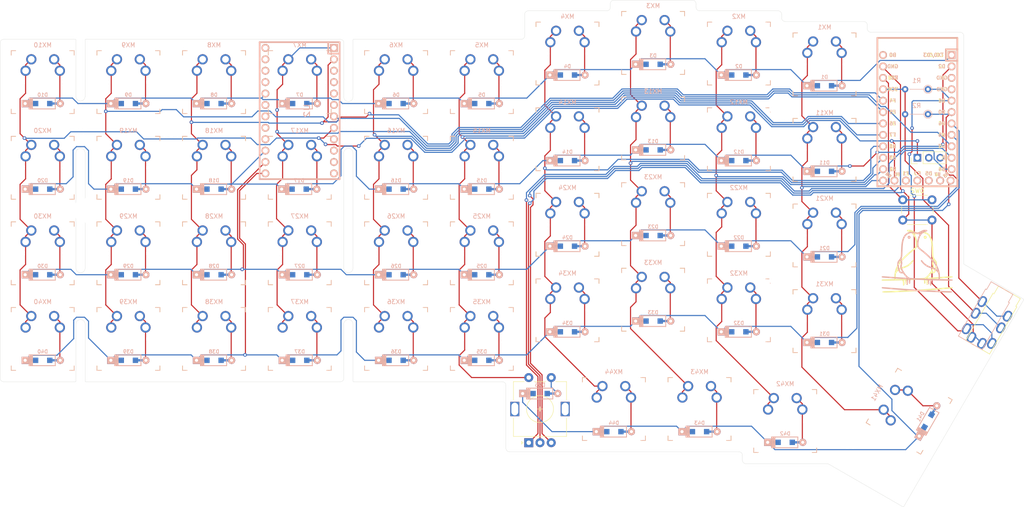
<source format=kicad_pcb>
(kicad_pcb (version 20221018) (generator pcbnew)
  (layers (0 "F.Cu" signal) (31 "B.Cu" signal) (34 "B.Paste" user) (35 "F.Paste" user) (36 "B.SilkS" user "B.Silkscreen") (37 "F.SilkS" user "F.Silkscreen") (38 "B.Mask" user) (39 "F.Mask" user) (44 "Edge.Cuts" user))
  (net 0 "")
  (net 1 "Net-(D1-A)")
  (net 2 "ROW0")
  (net 3 "Net-(D2-A)")
  (net 4 "Net-(D3-A)")
  (net 5 "Net-(D4-A)")
  (net 6 "Net-(D5-A)")
  (net 7 "Net-(D6-A)")
  (net 8 "Net-(D7-A)")
  (net 9 "Net-(D8-A)")
  (net 10 "Net-(D9-A)")
  (net 11 "Net-(D10-A)")
  (net 12 "Net-(D11-A)")
  (net 13 "ROW1")
  (net 14 "Net-(D12-A)")
  (net 15 "Net-(D13-A)")
  (net 16 "Net-(D14-A)")
  (net 17 "Net-(D15-A)")
  (net 18 "Net-(D16-A)")
  (net 19 "Net-(D17-A)")
  (net 20 "Net-(D18-A)")
  (net 21 "Net-(D19-A)")
  (net 22 "Net-(D20-A)")
  (net 23 "Net-(D21-A)")
  (net 24 "ROW2")
  (net 25 "Net-(D22-A)")
  (net 26 "Net-(D23-A)")
  (net 27 "Net-(D24-A)")
  (net 28 "Net-(D25-A)")
  (net 29 "Net-(D26-A)")
  (net 30 "Net-(D27-A)")
  (net 31 "Net-(D28-A)")
  (net 32 "Net-(D29-A)")
  (net 33 "Net-(D30-A)")
  (net 34 "Net-(D31-A)")
  (net 35 "ROW3")
  (net 36 "Net-(D32-A)")
  (net 37 "Net-(D33-A)")
  (net 38 "Net-(D34-A)")
  (net 39 "Net-(D35-A)")
  (net 40 "Net-(D36-A)")
  (net 41 "Net-(D37-A)")
  (net 42 "Net-(D38-A)")
  (net 43 "Net-(D39-A)")
  (net 44 "Net-(D40-A)")
  (net 45 "ROW4")
  (net 46 "Net-(D41-A)")
  (net 47 "Net-(D42-A)")
  (net 48 "Net-(D43-A)")
  (net 49 "COL0")
  (net 50 "COL1")
  (net 51 "COL2")
  (net 52 "COL3")
  (net 53 "COL4")
  (net 54 "COL5")
  (net 55 "COL6")
  (net 56 "COL7")
  (net 57 "COL8")
  (net 58 "COL9")
  (net 59 "VCC")
  (net 60 "SDA")
  (net 61 "SCL")
  (net 62 "GND")
  (net 63 "Net-(D44-A)")
  (net 64 "LEFT")
  (net 65 "RIGHT")
  (net 66 "Net-(U1-RST)")
  (net 67 "ENC1-IN")
  (footprint "footprints:TRRS_JACK_MJ4PP9" (layer "F.Cu") (at 252.34275 119.5705 -30)
    (fp_text reference "J1" hide)
    (fp_text value "TRRS_Jack" hide)
  )
  (footprint "footprints:SW_MX_reversible" (layer "F.Cu") (at 222.5675 59.08675)
    (fp_text reference "MX1")
    (fp_text value "MX-NoLED")
  )
  (footprint "footprints:SW_MX_reversible" (layer "F.Cu") (at 203.5175 56.7055)
    (fp_text reference "MX2")
    (fp_text value "MX-NoLED")
  )
  (footprint "footprints:SW_MX_reversible" (layer "F.Cu") (at 184.4675 54.32425)
    (fp_text reference "MX3")
    (fp_text value "MX-NoLED")
  )
  (footprint "footprints:SW_MX_reversible" (layer "F.Cu") (at 165.4175 56.7055)
    (fp_text reference "MX4")
    (fp_text value "MX-NoLED")
  )
  (footprint "footprints:SW_MX_reversible" (layer "F.Cu") (at 146.3675 63.0555)
    (fp_text reference "MX5")
    (fp_text value "MX-NoLED")
  )
  (footprint "footprints:SW_MX_reversible" (layer "F.Cu") (at 127.3175 63.0555)
    (fp_text reference "MX6")
    (fp_text value "MX-NoLED")
  )
  (footprint "footprints:SW_MX_reversible" (layer "F.Cu") (at 105.88625 63.0555)
    (fp_text reference "MX7")
    (fp_text value "MX-NoLED")
  )
  (footprint "footprints:SW_MX_reversible" (layer "F.Cu") (at 86.83625 63.0555)
    (fp_text reference "MX8")
    (fp_text value "MX-NoLED")
  )
  (footprint "footprints:SW_MX_reversible" (layer "F.Cu") (at 67.78625 63.0555)
    (fp_text reference "MX9")
    (fp_text value "MX-NoLED")
  )
  (footprint "footprints:SW_MX_reversible" (layer "F.Cu") (at 48.73625 63.0555)
    (fp_text reference "MX10")
    (fp_text value "MX-NoLED")
  )
  (footprint "footprints:SW_MX_reversible" (layer "F.Cu") (at 222.5675 78.13675)
    (fp_text reference "MX11")
    (fp_text value "MX-NoLED")
  )
  (footprint "footprints:SW_MX_reversible" (layer "F.Cu") (at 203.5175 75.7555)
    (fp_text reference "MX12")
    (fp_text value "MX-NoLED")
  )
  (footprint "footprints:SW_MX_reversible" (layer "F.Cu") (at 184.4675 73.37425)
    (fp_text reference "MX13")
    (fp_text value "MX-NoLED")
  )
  (footprint "footprints:SW_MX_reversible" (layer "F.Cu") (at 165.4175 75.7555)
    (fp_text reference "MX14")
    (fp_text value "MX-NoLED")
  )
  (footprint "footprints:SW_MX_reversible" (layer "F.Cu") (at 146.3675 82.1055)
    (fp_text reference "MX15")
    (fp_text value "MX-NoLED")
  )
  (footprint "footprints:SW_MX_reversible" (layer "F.Cu") (at 127.3175 82.1055)
    (fp_text reference "MX16")
    (fp_text value "MX-NoLED")
  )
  (footprint "footprints:SW_MX_reversible" (layer "F.Cu") (at 105.88625 82.1055)
    (fp_text reference "MX17")
    (fp_text value "MX-NoLED")
  )
  (footprint "footprints:SW_MX_reversible" (layer "F.Cu") (at 86.83625 82.1055)
    (fp_text reference "MX18")
    (fp_text value "MX-NoLED")
  )
  (footprint "footprints:SW_MX_reversible" (layer "F.Cu") (at 67.78625 82.1055)
    (fp_text reference "MX19")
    (fp_text value "MX-NoLED")
  )
  (footprint "footprints:SW_MX_reversible" (layer "F.Cu") (at 48.73625 82.1055)
    (fp_text reference "MX20")
    (fp_text value "MX-NoLED")
  )
  (footprint "footprints:SW_MX_reversible" (layer "F.Cu") (at 222.5675 97.18675)
    (fp_text reference "MX21")
    (fp_text value "MX-NoLED")
  )
  (footprint "footprints:SW_MX_reversible" (layer "F.Cu") (at 203.5175 94.8055)
    (fp_text reference "MX22")
    (fp_text value "MX-NoLED")
  )
  (footprint "footprints:SW_MX_reversible" (layer "F.Cu") (at 184.4675 92.42425)
    (fp_text reference "MX23")
    (fp_text value "MX-NoLED")
  )
  (footprint "footprints:SW_MX_reversible" (layer "F.Cu") (at 165.4175 94.8055)
    (fp_text reference "MX24")
    (fp_text value "MX-NoLED")
  )
  (footprint "footprints:SW_MX_reversible" (layer "F.Cu") (at 146.3675 101.1555)
    (fp_text reference "MX25")
    (fp_text value "MX-NoLED")
  )
  (footprint "footprints:SW_MX_reversible" (layer "F.Cu") (at 127.3175 101.1555)
    (fp_text reference "MX26")
    (fp_text value "MX-NoLED")
  )
  (footprint "footprints:SW_MX_reversible" (layer "F.Cu") (at 105.88625 101.1555)
    (fp_text reference "MX27")
    (fp_text value "MX-NoLED")
  )
  (footprint "footprints:SW_MX_reversible" (layer "F.Cu") (at 86.83625 101.1555)
    (fp_text reference "MX28")
    (fp_text value "MX-NoLED")
  )
  (footprint "footprints:SW_MX_reversible" (layer "F.Cu") (at 67.78625 101.1555)
    (fp_text reference "MX29")
    (fp_text value "MX-NoLED")
  )
  (footprint "footprints:SW_MX_reversible" (layer "F.Cu") (at 48.73625 101.1555)
    (fp_text reference "MX30")
    (fp_text value "MX-NoLED")
  )
  (footprint "footprints:SW_MX_reversible" (layer "F.Cu") (at 222.5675 116.23675)
    (fp_text reference "MX31")
    (fp_text value "MX-NoLED")
  )
  (footprint "footprints:SW_MX_reversible" (layer "F.Cu") (at 203.5175 113.8555)
    (fp_text reference "MX32")
    (fp_text value "MX-NoLED")
  )
  (footprint "footprints:SW_MX_reversible" (layer "F.Cu") (at 184.4675 111.47425)
    (fp_text reference "MX33")
    (fp_text value "MX-NoLED")
  )
  (footprint "footprints:SW_MX_reversible" (layer "F.Cu") (at 165.4175 113.8555)
    (fp_text reference "MX34")
    (fp_text value "MX-NoLED")
  )
  (footprint "footprints:SW_MX_reversible" (layer "F.Cu") (at 146.3675 120.2055)
    (fp_text reference "MX35")
    (fp_text value "MX-NoLED")
  )
  (footprint "footprints:SW_MX_reversible" (layer "F.Cu") (at 127.3175 120.2055)
    (fp_text reference "MX36")
    (fp_text value "MX-NoLED")
  )
  (footprint "footprints:SW_MX_reversible" (layer "F.Cu") (at 105.88625 120.2055)
    (fp_text reference "MX37")
    (fp_text value "MX-NoLED")
  )
  (footprint "footprints:SW_MX_reversible" (layer "F.Cu") (at 86.83625 120.2055)
    (fp_text reference "MX38")
    (fp_text value "MX-NoLED")
  )
  (footprint "footprints:SW_MX_reversible" (layer "F.Cu") (at 67.78625 120.2055)
    (fp_text reference "MX39")
    (fp_text value "MX-NoLED")
  )
  (footprint "footprints:SW_MX_reversible" (layer "F.Cu") (at 48.73625 120.2055)
    (fp_text reference "MX40")
    (fp_text value "MX-NoLED")
  )
  (footprint "footprints:SW_MX_reversible" (layer "F.Cu") (at 241.389 136.30275 60)
    (fp_text reference "MX41")
    (fp_text value "MX-NoLED")
  )
  (footprint "footprints:SW_MX_reversible" (layer "F.Cu") (at 213.83 138.46175)
    (fp_text reference "MX42")
    (fp_text value "MX-NoLED")
  )
  (footprint "footprints:SW_MX_reversible" (layer "F.Cu") (at 194.78 135.79475)
    (fp_text reference "MX43")
    (fp_text value "MX-NoLED")
  )
  (footprint "Button_Switch_THT:SW_PUSH_6mm" (layer "F.Cu") (at 239.9665 89.24925)
    (fp_text reference "SW0")
    (fp_text value "Reset")
  )
  (footprint "MountingHole:MountingHole_5.5mm" (layer "F.Cu") (at 136.8425 72.5805)
    (fp_text reference "H2" hide)
    (fp_text value "MountingHole")
  )
  (footprint "MountingHole:MountingHole_5.5mm" (layer "F.Cu") (at 213.0425 68.61175)
    (fp_text reference "H3" hide)
    (fp_text value "MountingHole")
  )
  (footprint "MountingHole:MountingHole_5.5mm" (layer "F.Cu") (at 77.305 110.6805)
    (fp_text reference "H4" hide)
    (fp_text value "MountingHole")
  )
  (footprint "MountingHole:MountingHole_5.5mm" (layer "F.Cu") (at 136.8425 110.6805)
    (fp_text reference "H5" hide)
    (fp_text value "MountingHole")
  )
  (footprint "MountingHole:MountingHole_5.5mm" (layer "F.Cu") (at 213.0425 106.71175)
    (fp_text reference "H6" hide)
    (fp_text value "MountingHole")
  )
  (footprint "MountingHole:MountingHole_5.5mm" (layer "F.Cu") (at 228.1555 132.55625)
    (fp_text reference "H7" hide)
    (fp_text value "MountingHole")
  )
  (footprint "MountingHole:MountingHole_5.5mm" (layer "F.Cu") (at 77.305 72.5805)
    (fp_text reference "H1" hide)
    (fp_text value "MountingHole")
  )
  (footprint "footprints:SW_MX_reversible" (layer "F.Cu") (at 175.73 135.79475)
    (fp_text reference "MX44")
    (fp_text value "MX-NoLED")
  )
  (footprint "Rotary_Encoder:RotaryEncoder_Alps_EC11E-Switch_Vertical_H20mm" (layer "F.Cu") (at 156.807 143.30975 90)
    (fp_text reference "ENC1" hide)
    (fp_text value "Rotary_Encoder_Switch")
  )
  (footprint "footprints:Stabilizer_MX_2u" (layer "F.Cu") (at 241.389 136.30275 -120)
    (fp_text reference "FID1" hide)
    (fp_text value "Stabalizer Drill Holes" hide)
  )
  (footprint "footprints:wren_logo" (layer "F.Cu") (at 243.167 102.90175)
    (fp_text reference "FID3" hide)
    (fp_text value "Rear Silkscreen" hide)
  )
  (footprint "MountingHole:MountingHole_2.1mm" (layer "F.Cu") (at 116.70675 69.4055)
    (fp_text reference "FID4" hide)
    (fp_text value "Break Hole" hide)
  )
  (footprint "MountingHole:MountingHole_2.1mm" (layer "F.Cu") (at 116.70675 75.7555)
    (fp_text reference "FID6" hide)
    (fp_text value "Break Hole" hide)
  )
  (footprint "MountingHole:MountingHole_2.1mm" (layer "F.Cu") (at 116.70675 107.5055)
    (fp_text reference "FID7" hide)
    (fp_text value "Break Hole" hide)
  )
  (footprint "MountingHole:MountingHole_5.5mm" (layer "F.Cu") (at 96.34225 91.6305)
    (fp_text reference "H8" hide)
    (fp_text value "MountingHole")
  )
  (footprint "MountingHole:MountingHole_5.5mm" (layer "F.Cu") (at 58.25425 91.6305)
    (fp_text reference "H9" hide)
    (fp_text value "MountingHole")
  )
  (footprint "MountingHole:MountingHole_2.1mm" (layer "F.Cu") (at 116.70675 72.54875)
    (fp_text reference "FID5" hide)
    (fp_text value "Break Hole" hide)
  )
  (footprint "MountingHole:MountingHole_2.1mm" (layer "F.Cu") (at 57.14375 110.64875)
    (fp_text reference "FID8" hide)
    (fp_text value "Break Hole" hide)
  )
  (footprint "MountingHole:MountingHole_2.1mm" (layer "F.Cu") (at 116.70675 113.8555)
    (fp_text reference "FID9" hide)
    (fp_text value "Break Hole" hide)
  )
  (footprint "MountingHole:MountingHole_2.1mm" (layer "F.Cu") (at 57.14375 113.8555)
    (fp_text reference "FID10" hide)
    (fp_text value "Break Hole" hide)
  )
  (footprint "MountingHole:MountingHole_2.1mm" (layer "F.Cu") (at 57.14375 72.54875)
    (fp_text reference "FID12" hide)
    (fp_text value "Break Hole" hide)
  )
  (footprint "MountingHole:MountingHole_2.1mm" (layer "F.Cu") (at 57.14375 75.7555)
    (fp_text reference "FID13" hide)
    (fp_text value "Break Hole" hide)
  )
  (footprint "MountingHole:MountingHole_2.1mm" (layer "F.Cu") (at 57.14375 69.2785)
    (fp_text reference "FID14" hide)
    (fp_text value "Break Hole" hide)
  )
  (footprint "MountingHole:MountingHole_2.1mm" (layer "F.Cu") (at 116.70675 110.64875)
    (fp_text reference "FID15" hide)
    (fp_text value "Break Hole" hide)
  )
  (footprint "MountingHole:MountingHole_2.1mm" (layer "F.Cu") (at 57.14375 107.5055)
    (fp_text reference "FID11" hide)
    (fp_text value "Break Hole" hide)
  )
  (footprint "Connector_PinHeader_2.54mm:PinHeader_1x03_P2.54mm_Vertical" (layer "F.Cu") (at 243.21875 79.8875 90)
    (fp_text reference "J2" hide)
    (fp_text value "Nice!Nano Compatibility" hide)
  )
  (footprint "footprints:D_SOD123_axial" (layer "B.Cu") (at 222.56125 63.84925)
    (fp_text reference "D1")
    (fp_text value "D_Small" hide)
  )
  (footprint "footprints:D_SOD123_axial" (layer "B.Cu") (at 203.51125 61.468)
    (fp_text reference "D2")
    (fp_text value "D_Small" hide)
  )
  (footprint "footprints:D_SOD123_axial" (layer "B.Cu") (at 184.46125 59.08675)
    (fp_text reference "D3")
    (fp_text value "D_Small" hide)
  )
  (footprint "footprints:D_SOD123_axial" (layer "B.Cu") (at 165.41125 61.468)
    (fp_text reference "D4")
    (fp_text value "D_Small" hide)
  )
  (footprint "footprints:D_SOD123_axial" (layer "B.Cu") (at 146.36125 67.818)
    (fp_text reference "D5")
    (fp_text value "D_Small" hide)
  )
  (footprint "footprints:D_SOD123_axial" (layer "B.Cu") (at 127.31125 67.818)
    (fp_text reference "D6")
    (fp_text value "D_Small" hide)
  )
  (footprint "footprints:D_SOD123_axial" (layer "B.Cu") (at 105.88 67.818)
    (fp_text reference "D7")
    (fp_text value "D_Small" hide)
  )
  (footprint "footprints:D_SOD123_axial" (layer "B.Cu") (at 86.83 67.818)
    (fp_text reference "D8")
    (fp_text value "D_Small" hide)
  )
  (footprint "footprints:D_SOD123_axial" (layer "B.Cu") (at 67.78 67.818)
    (fp_text reference "D9")
    (fp_text value "D_Small" hide)
  )
  (footprint "footprints:D_SOD123_axial" (layer "B.Cu") (at 48.73 67.818)
    (fp_text reference "D10")
    (fp_text value "D_Small" hide)
  )
  (footprint "footprints:D_SOD123_axial" (layer "B.Cu") (at 222.56125 82.89925)
    (fp_text reference "D11")
    (fp_text value "D_Small" hide)
  )
  (footprint "footprints:D_SOD123_axial" (layer "B.Cu") (at 203.51125 80.518)
    (fp_text reference "D12")
    (fp_text value "D_Small" hide)
  )
  (footprint "footprints:D_SOD123_axial" (layer "B.Cu") (at 184.46125 78.13675)
    (fp_text reference "D13")
    (fp_text value "D_Small" hide)
  )
  (footprint "footprints:D_SOD123_axial" (layer "B.Cu") (at 165.41125 80.518)
    (fp_text reference "D14")
    (fp_text value "D_Small" hide)
  )
  (footprint "footprints:D_SOD123_axial" (layer "B.Cu") (at 146.36125 86.868)
    (fp_text reference "D15")
    (fp_text value "D_Small" hide)
  )
  (footprint "footprints:D_SOD123_axial" (layer "B.Cu") (at 127.31125 86.868)
    (fp_text reference "D16")
    (fp_text value "D_Small" hide)
  )
  (footprint "footprints:D_SOD123_axial" (layer "B.Cu") (at 105.753 86.868)
    (fp_text reference "D17")
    (fp_text value "D_Small" hide)
  )
  (footprint "footprints:D_SOD123_axial" (layer "B.Cu") (at 86.83 86.868)
    (fp_text reference "D18")
    (fp_text value "D_Small" hide)
  )
  (footprint "footprints:D_SOD123_axial" (layer "B.Cu") (at 67.78 86.868)
    (fp_text reference "D19")
    (fp_text value "D_Small" hide)
  )
  (footprint "footprints:D_SOD123_axial" (layer "B.Cu") (at 48.73 86.868)
    (fp_text reference "D20")
    (fp_text value "D_Small" hide)
  )
  (footprint "footprints:D_SOD123_axial" (layer "B.Cu") (at 222.56125 101.94925)
    (fp_text reference "D21")
    (fp_text value "D_Small" hide)
  )
  (footprint "footprints:D_SOD123_axial" (layer "B.Cu") (at 203.51125 99.568)
    (fp_text reference "D22")
    (fp_text value "D_Small" hide)
  )
  (footprint "footprints:D_SOD123_axial" (layer "B.Cu") (at 184.46125 97.18675)
    (fp_text reference "D23")
    (fp_text value "D_Small" hide)
  )
  (footprint "footprints:D_SOD123_axial" (layer "B.Cu") (at 165.41125 99.568)
    (fp_text reference "D24")
    (fp_text value "D_Small" hide)
  )
  (footprint "footprints:D_SOD123_axial" (layer "B.Cu") (at 146.36125 105.918)
    (fp_text reference "D25")
    (fp_text value "D_Small" hide)
  )
  (footprint "footprints:D_SOD123_axial" (layer "B.Cu") (at 127.31125 105.918)
    (fp_text reference "D26")
    (fp_text value "D_Small" hide)
  )
  (footprint "footprints:D_SOD123_axial" (layer "B.Cu") (at 105.88 105.918)
    (fp_text reference "D27")
    (fp_text value "D_Small" hide)
  )
  (footprint "footprints:D_SOD123_axial" (layer "B.Cu") (at 86.83 105.918)
    (fp_text reference "D28")
    (fp_text value "D_Small" hide)
  )
  (footprint "footprints:D_SOD123_axial" (layer "B.Cu") (at 67.78 105.918)
    (fp_text reference "D29")
    (fp_text value "D_Small" hide)
  )
  (footprint "footprints:D_SOD123_axial" (layer "B.Cu") (at 48.73 105.918)
    (fp_text reference "D30")
    (fp_text value "D_Small" hide)
  )
  (footprint "footprints:D_SOD123_axial" (layer "B.Cu") (at 222.56125 120.99925)
    (fp_text reference "D31")
    (fp_text value "D_Small" hide)
  )
  (footprint "footprints:D_SOD123_axial" (layer "B.Cu") (at 203.51125 118.618)
    (fp_text reference "D32")
    (fp_text value "D_Small" hide)
  )
  (footprint "footprints:D_SOD123_axial" (layer "B.Cu") (at 184.46125 116.23675)
    (fp_text reference "D33")
    (fp_text value "D_Small" hide)
  )
  (footprint "footprints:D_SOD123_axial" (layer "B.Cu") (at 165.41125 118.618)
    (fp_text reference "D34")
    (fp_text value "D_Small" hide)
  )
  (footprint "footprints:D_SOD123_axial" (layer "B.Cu") (at 146.36125 124.968)
    (fp_text reference "D35")
    (fp_text value "D_Small" hide)
  )
  (footprint "footprints:D_SOD123_axial" (layer "B.Cu") (at 127.31125 124.968)
    (fp_text reference "D36")
    (fp_text value "D_Small" hide)
  )
  (footprint "footprints:D_SOD123_axial" (layer "B.Cu") (at 105.88 124.968)
    (fp_text reference "D37")
    (fp_text value "D_Small" hide)
  )
  (footprint "footprints:D_SOD123_axial" (layer "B.Cu") (at 86.83 124.968)
    (fp_text reference "D38")
    (fp_text value "D_Small" hide)
  )
  (footprint "footprints:D_SOD123_axial" (layer "B.Cu") (at 67.78 124.968)
    (fp_text reference "D39")
    (fp_text value "D_Small" hide)
  )
  (footprint "footprints:D_SOD123_axial" (layer "B.Cu") (at 48.73 124.968)
    (fp_text reference "D40")
    (fp_text value "D_Small" hide)
  )
  (footprint "footprints:D_SOD123_axial" (layer "B.Cu") (at 194.78 140.843)
    (fp_text reference "D43")
    (fp_text value "D_Small" hide)
  )
  (footprint "footprints:D_SOD123_axial" (layer "B.Cu") (at 175.73 140.843)
    (fp_text reference "D44")
    (fp_text value "D_Small" hide)
  )
  (footprint "footprints:D_SOD123_axial" (layer "B.Cu") (at 159.347 132.36575)
    (fp_text reference "D45")
    (fp_text value "D_Small" hide)
  )
  (footprint "Resistor_THT:R_Axial_DIN0204_L3.6mm_D1.6mm_P5.08mm_Vertical" (layer "B.Cu") (at 245.57 70.19925 180)
    (fp_text reference "R2")
    (fp_text value "10kOhms")
  )
  (footprint "footprints:Elite-C" (layer "B.Cu") (at 243.205 70.993 -90)
    (fp_text reference "U1" hide)
    (fp_text value "Elite-C" hide)
  )
  (footprint "Resistor_THT:R_Axial_DIN0204_L3.6mm_D1.6mm_P5.08mm_Vertical" (layer "B.Cu") (at 245.57 64.643 180)
    (fp_text reference "R1")
    (fp_text value "2.2kOhms")
  )
  (footprint "footprints:D_SOD123_axial" (layer "B.Cu") (at 245.573 138.46175 60)
    (fp_text reference "D41")
    (fp_text value "D_Small" hide)
  )
  (footprint "footprints:D_SOD123_axial" (layer "B.Cu") (at 213.83 143.22425)
    (fp_text reference "D42")
    (fp_text value "D_Small" hide)
  )
  (footprint "footprints:wren_logo" (layer "B.Cu") (at 243.167 102.90175 180)
    (fp_text reference "FID2" hide)
    (fp_text value "Front Silkscreen" hide)
  )
  (footprint "footprints:ARDUINO_PRO_MICRO" (layer "B.Cu") (at 105.86425 69.4055 -90)
    (fp_text reference "U2")
    (fp_text value "EGG PRO MICRO" hide)
  )
  (gr_line (start 232.0835 50.3555) (end 232.0835 51.14925) (stroke (width 0.05)) (layer "Edge.Cuts"))
  (gr_line (start 253.508 103.53675) (end 253.508 52.73675) (stroke (width 0.05)) (layer "Edge.Cuts"))
  (gr_arc (start 152.5205 145.31975) (mid 151.959411 145.087339) (end 151.727 144.52625) (stroke (width 0.05)) (layer "Edge.Cuts"))
  (gr_line (start 204.311 146.11325) (end 204.311 147.193) (stroke (width 0.05)) (layer "Edge.Cuts"))
  (gr_line (start 152.5205 145.31975) (end 203.5175 145.31975) (stroke (width 0.05)) (layer "Edge.Cuts"))
  (gr_line (start 151.727 144.52625) (end 151.727 130.52425) (stroke (width 0.05)) (layer "Edge.Cuts"))
  (gr_line (start 150.9335 129.73075) (end 147.179 129.7305) (stroke (width 0.05)) (layer "Edge.Cuts"))
  (gr_line (start 117.84975 53.5305) (end 155.114 53.5305) (stroke (width 0.05)) (layer "Edge.Cuts"))
  (gr_line (start 117.84975 129.7305) (end 147.179 129.7305) (stroke (width 0.05)) (layer "Edge.Cuts"))
  (gr_line (start 56.00075 53.5305) (end 40.0565 53.5305) (stroke (width 0.05)) (layer "Edge.Cuts"))
  (gr_line (start 56.00075 129.7305) (end 40.0565 129.73025) (stroke (width 0.05)) (layer "Edge.Cuts"))
  (gr_line (start 56.12775 116.9035) (end 56.12775 129.6035) (stroke (width 0.05)) (layer "Edge.Cuts"))
  (gr_line (start 58.15975 129.6035) (end 58.15975 116.9035) (stroke (width 0.05)) (layer "Edge.Cuts"))
  (gr_line (start 56.12775 104.4575) (end 56.12775 78.8035) (stroke (width 0.05)) (layer "Edge.Cuts"))
  (gr_line (start 58.15975 78.8035) (end 58.15975 104.4575) (stroke (width 0.05)) (layer "Edge.Cuts"))
  (gr_line (start 56.12775 66.2305) (end 56.12775 53.6575) (stroke (width 0.05)) (layer "Edge.Cuts"))
  (gr_line (start 58.15975 53.6575) (end 58.15975 66.2305) (stroke (width 0.05)) (layer "Edge.Cuts"))
  (gr_line (start 115.69075 104.4575) (end 115.69075 78.8035) (stroke (width 0.05)) (layer "Edge.Cuts"))
  (gr_line (start 117.72275 78.8035) (end 117.72275 104.4575) (stroke (width 0.05)) (layer "Edge.Cuts"))
  (gr_line (start 117.72275 129.6035) (end 117.72275 116.9035) (stroke (width 0.05)) (layer "Edge.Cuts"))
  (gr_line (start 117.72275 53.6575) (end 117.72275 66.3575) (stroke (width 0.05)) (layer "Edge.Cuts"))
  (gr_line (start 115.69075 116.9035) (end 115.69075 128.9685) (stroke (width 0.05)) (layer "Edge.Cuts"))
  (gr_line (start 114.92875 129.7305) (end 58.28675 129.7305) (stroke (width 0.05)) (layer "Edge.Cuts"))
  (gr_line (start 115.69075 54.2925) (end 115.69075 66.3575) (stroke (width 0.05)) (layer "Edge.Cuts"))
  (gr_line (start 114.92875 53.5305) (end 98.16475 53.5305) (stroke (width 0.05)) (layer "Edge.Cuts"))
  (gr_arc (start 117.72275 53.6575) (mid 117.759947 53.567697) (end 117.84975 53.5305) (stroke (width 0.05)) (layer "Edge.Cuts"))
  (gr_arc (start 174.95125 45.593) (mid 175.183734 45.031734) (end 175.745 44.79925) (stroke (width 0.05)) (layer "Edge.Cuts"))
  (gr_arc (start 252.7145 51.94325) (mid 253.275589 52.175661) (end 253.508 52.73675) (stroke (width 0.05)) (layer "Edge.Cuts"))
  (gr_arc (start 232.877 51.94275) (mid 232.315911 51.710339) (end 232.0835 51.14925) (stroke (width 0.05)) (layer "Edge.Cuts"))
  (gr_arc (start 40.0565 129.73025) (mid 39.495411 129.497839) (end 39.263 128.93675) (stroke (width 0.05)) (layer "Edge.Cuts"))
  (gr_arc (start 56.00075 53.5305) (mid 56.090553 53.567697) (end 56.12775 53.6575) (stroke (width 0.05)) (layer "Edge.Cuts"))
  (gr_line (start 240.119 157.63875) (end 266.916 111.41075) (stroke (width 0.05)) (layer "Edge.Cuts"))
  (gr_arc (start 205.1045 147.9865) (mid 204.543411 147.754089) (end 204.311 147.193) (stroke (width 0.05)) (layer "Edge.Cuts"))
  (gr_line (start 39.26275 54.32425) (end 39.263 128.93675) (stroke (width 0.05)) (layer "Edge.Cuts"))
  (gr_line (start 252.7145 51.94325) (end 232.877 51.943) (stroke (width 0.05)) (layer "Edge.Cuts"))
  (gr_arc (start 203.5175 145.31975) (mid 204.078589 145.552161) (end 204.311 146.11325) (stroke (width 0.05)) (layer "Edge.Cuts"))
  (gr_arc (start 115.69075 78.8035) (mid 116.70675 77.7875) (end 117.72275 78.8035) (stroke (width 0.05)) (layer "Edge.Cuts"))
  (gr_line (start 231.29 49.562) (end 213.833 49.56175) (stroke (width 0.05)) (layer "Edge.Cuts"))
  (gr_line (start 98.16475 53.5305) (end 58.28675 53.5305) (stroke (width 0.05)) (layer "Edge.Cuts"))
  (gr_arc (start 56.12775 116.9035) (mid 57.14375 115.8875) (end 58.15975 116.9035) (stroke (width 0.05)) (layer "Edge.Cuts"))
  (gr_arc (start 155.90775 52.73675) (mid 155.675266 53.298016) (end 155.114 53.5305) (stroke (width 0.05)) (layer "Edge.Cuts"))
  (gr_arc (start 212.246 47.18075) (mid 212.807089 47.413161) (end 213.0395 47.97425) (stroke (width 0.05)) (layer "Edge.Cuts"))
  (gr_arc (start 58.15975 104.4575) (mid 57.14375 105.4735) (end 56.12775 104.4575) (stroke (width 0.05)) (layer "Edge.Cuts"))
  (gr_arc (start 193.202 44.7995) (mid 193.763089 45.031911) (end 193.9955 45.593) (stroke (width 0.05)) (layer "Edge.Cuts"))
  (gr_arc (start 117.84975 129.7305) (mid 117.759947 129.693303) (end 117.72275 129.6035) (stroke (width 0.05)) (layer "Edge.Cuts"))
  (gr_arc (start 117.72275 104.4575) (mid 116.70675 105.4735) (end 115.69075 104.4575) (stroke (width 0.05)) (layer "Edge.Cuts"))
  (gr_arc (start 115.69075 128.9685) (mid 115.467565 129.507315) (end 114.92875 129.7305) (stroke (width 0.05)) (layer "Edge.Cuts"))
  (gr_arc (start 58.28675 129.7305) (mid 58.196947 129.693303) (end 58.15975 129.6035) (stroke (width 0.05)) (layer "Edge.Cuts"))
  (gr_line (start 193.9955 46.38675) (end 193.9955 45.593) (stroke (width 0.05)) (layer "Edge.Cuts"))
  (gr_arc (start 155.90725 47.97425) (mid 156.139734 47.412984) (end 156.701 47.1805) (stroke (width 0.05)) (layer "Edge.Cuts"))
  (gr_arc (start 194.789 47.18025) (mid 194.227911 46.947839) (end 193.9955 46.38675) (stroke (width 0.05)) (layer "Edge.Cuts"))
  (gr_line (start 266.916 111.41075) (end 253.508 103.53675) (stroke (width 0.05)) (layer "Edge.Cuts"))
  (gr_arc (start 56.12775 78.8035) (mid 57.14375 77.7875) (end 58.15975 78.8035) (stroke (width 0.05)) (layer "Edge.Cuts"))
  (gr_arc (start 58.15975 66.2305) (mid 57.14375 67.2465) (end 56.12775 66.2305) (stroke (width 0.05)) (layer "Edge.Cuts"))
  (gr_arc (start 58.15975 53.6575) (mid 58.196947 53.567697) (end 58.28675 53.5305) (stroke (width 0.05)) (layer "Edge.Cuts"))
  (gr_arc (start 56.12775 129.6035) (mid 56.090553 129.693303) (end 56.00075 129.7305) (stroke (width 0.05)) (layer "Edge.Cuts"))
  (gr_line (start 174.95125 45.593) (end 174.9515 46.38675) (stroke (width 0.05)) (layer "Edge.Cuts"))
  (gr_line (start 223.355 147.98675) (end 240.119 157.63875) (stroke (width 0.05)) (layer "Edge.Cuts"))
  (gr_arc (start 39.26275 54.32425) (mid 39.495234 53.762984) (end 40.0565 53.5305) (stroke (width 0.05)) (layer "Edge.Cuts"))
  (gr_arc (start 174.95175 46.38675) (mid 174.719266 46.948016) (end 174.158 47.1805) (stroke (width 0.05)) (layer "Edge.Cuts"))
  (gr_line (start 212.246 47.18075) (end 194.789 47.1805) (stroke (width 0.05)) (layer "Edge.Cuts"))
  (gr_arc (start 117.72275 66.3575) (mid 116.70675 67.3735) (end 115.69075 66.3575) (stroke (width 0.05)) (layer "Edge.Cuts"))
  (gr_arc (start 150.9335 129.73075) (mid 151.494589 129.963161) (end 151.727 130.52425) (stroke (width 0.05)) (layer "Edge.Cuts"))
  (gr_arc (start 213.833 49.5615) (mid 213.271911 49.329089) (end 213.0395 48.768) (stroke (width 0.05)) (layer "Edge.Cuts"))
  (gr_arc (start 115.69075 116.9035) (mid 116.70675 115.8875) (end 117.72275 116.9035) (stroke (width 0.05)) (layer "Edge.Cuts"))
  (gr_line (start 174.158 47.1805) (end 156.701 47.1805) (stroke (width 0.05)) (layer "Edge.Cuts"))
  (gr_line (start 193.202 44.7995) (end 175.745 44.79925) (stroke (width 0.05)) (layer "Edge.Cuts"))
  (gr_line (start 213.0395 48.768) (end 213.0395 47.97425) (stroke (width 0.05)) (layer "Edge.Cuts"))
  (gr_line (start 205.1045 147.9865) (end 223.355 147.98675) (stroke (width 0.05)) (layer "Edge.Cuts"))
  (gr_line (start 155.90725 47.97425) (end 155.9075 52.73675) (stroke (width 0.05)) (layer "Edge.Cuts"))
  (gr_arc (start 231.29 49.562) (mid 231.851089 49.794411) (end 232.0835 50.3555) (stroke (width 0.05)) (layer "Edge.Cuts"))
  (gr_arc (start 114.92875 53.5305) (mid 115.467565 53.753685) (end 115.69075 54.2925) (stroke (width 0.05)) (layer "Edge.Cuts"))
  (segment (start 225.1075 54.00675) (end 226.3775 55.27675) (width 0.25) (layer "F.Cu") (net 1))
  (segment (start 226.3775 63.7655) (end 226.46125 63.84925) (width 0.25) (layer "F.Cu") (net 1))
  (segment (start 226.3775 56.54675) (end 226.3775 63.7655) (width 0.25) (layer "F.Cu") (net 1))
  (segment (start 226.3775 55.27675) (end 226.3775 56.54675) (width 0.25) (layer "F.Cu") (net 1))
  (segment (start 161.51125 61.468) (end 161.51125 61.431) (width 0.25) (layer "B.Cu") (net 2))
  (segment (start 98.24425 65.77) (end 97.40275 66.6115) (width 0.25) (layer "B.Cu") (net 2))
  (segment (start 124.58075 66.6115) (end 141.25475 66.6115) (width 0.25) (layer "B.Cu") (net 2))
  (segment (start 200.78075 60.2615) (end 215.0735 60.2615) (width 0.25) (layer "B.Cu") (net 2))
  (segment (start 218.66125 63.84925) (end 218.66125 63.844) (width 0.25) (layer "B.Cu") (net 2))
  (segment (start 63.88 67.74925) (end 65.01775 66.6115) (width 0.25) (layer "B.Cu") (net 2))
  (segment (start 82.93 67.74925) (end 84.06775 66.6115) (width 0.25) (layer "B.Cu") (net 2))
  (segment (start 219.83075 62.6745) (end 230.48675 62.6745) (width 0.25) (layer "B.Cu") (net 2))
  (segment (start 115.37325 67.818) (end 123.41125 67.818) (width 0.25) (layer "B.Cu") (net 2))
  (segment (start 103.11775 66.6115) (end 112.76975 66.6115) (width 0.25) (layer "B.Cu") (net 2))
  (segment (start 65.01775 66.6115) (end 81.7235 66.6115) (width 0.25) (layer "B.Cu") (net 2))
  (segment (start 45.96775 66.6115) (end 55.362748 66.6115) (width 0.25) (layer "B.Cu") (net 2))
  (segment (start 56.569248 67.818) (end 63.88 67.818) (width 0.25) (layer "B.Cu") (net 2))
  (segment (start 230.48675 62.6745) (end 234.936949 58.224301) (width 0.25) (layer "B.Cu") (net 2))
  (segment (start 141.25475 66.6115) (end 142.46125 67.818) (width 0.25) (layer "B.Cu") (net 2))
  (segment (start 44.83 67.818) (end 44.83 67.74925) (width 0.25) (layer "B.Cu") (net 2))
  (segment (start 44.83 67.74925) (end 45.96775 66.6115) (width 0.25) (layer "B.Cu") (net 2))
  (segment (start 55.362748 66.6115) (end 56.569248 67.818) (width 0.25) (layer "B.Cu") (net 2))
  (segment (start 142.46125 67.781) (end 143.63075 66.6115) (width 0.25) (layer "B.Cu") (net 2))
  (segment (start 161.51125 61.431) (end 162.68075 60.2615) (width 0.25) (layer "B.Cu") (net 2))
  (segment (start 180.56125 59.08675) (end 180.6195 59.08675) (width 0.25) (layer "B.Cu") (net 2))
  (segment (start 97.40275 66.6115) (end 97.725449 66.934199) (width 0.25) (layer "B.Cu") (net 2))
  (segment (start 179.3865 60.2615) (end 180.56125 59.08675) (width 0.25) (layer "B.Cu") (net 2))
  (segment (start 180.6195 59.08675) (end 181.85775 57.8485) (width 0.25) (layer "B.Cu") (net 2))
  (segment (start 112.76975 66.6115) (end 113.092449 66.934199) (width 0.25) (layer "B.Cu") (net 2))
  (segment (start 97.725449 66.934199) (end 101.096199 66.934199) (width 0.25) (layer "B.Cu") (net 2))
  (segment (start 84.06775 66.6115) (end 97.40275 66.6115) (width 0.25) (layer "B.Cu") (net 2))
  (segment (start 199.61125 61.431) (end 200.78075 60.2615) (width 0.25) (layer "B.Cu") (net 2))
  (segment (start 215.0735 60.2615) (end 218.66125 63.84925) (width 0.25) (layer "B.Cu") (net 2))
  (segment (start 123.41125 67.781) (end 124.58075 66.6115) (width 0.25) (layer "B.Cu") (net 2))
  (segment (start 218.66125 63.844) (end 219.83075 62.6745) (width 0.25) (layer "B.Cu") (net 2))
  (segment (start 101.096199 66.934199) (end 101.98 67.818) (width 0.25) (layer "B.Cu") (net 2))
  (segment (start 143.63075 66.6115) (end 156.36775 66.6115) (width 0.25) (layer "B.Cu") (net 2))
  (segment (start 113.092449 66.934199) (end 114.489449 66.934199) (width 0.25) (layer "B.Cu") (net 2))
  (segment (start 101.98 67.818) (end 101.98 67.74925) (width 0.25) (layer "B.Cu") (net 2))
  (segment (start 199.61125 61.468) (end 199.61125 61.431) (width 0.25) (layer "B.Cu") (net 2))
  (segment (start 114.489449 66.934199) (end 115.37325 67.818) (width 0.25) (layer "B.Cu") (net 2))
  (segment (start 195.99175 57.8485) (end 199.61125 61.468) (width 0.25) (layer "B.Cu") (net 2))
  (segment (start 162.68075 60.2615) (end 179.3865 60.2615) (width 0.25) (layer "B.Cu") (net 2))
  (segment (start 234.936949 58.224301) (end 249.623699 58.224301) (width 0.25) (layer "B.Cu") (net 2))
  (segment (start 123.41125 67.818) (end 123.41125 67.781) (width 0.25) (layer "B.Cu") (net 2))
  (segment (start 156.36775 66.6115) (end 161.51125 61.468) (width 0.25) (layer "B.Cu") (net 2))
  (segment (start 63.88 67.818) (end 63.93825 67.818) (width 0.25) (layer "B.Cu") (net 2))
  (segment (start 63.88 67.818) (end 63.88 67.74925) (width 0.25) (layer "B.Cu") (net 2))
  (segment (start 82.93 67.818) (end 82.93 67.74925) (width 0.25) (layer "B.Cu") (net 2))
  (segment (start 98.24425 65.5955) (end 98.24425 65.77) (width 0.25) (layer "B.Cu") (net 2))
  (segment (start 101.98 67.74925) (end 103.11775 66.6115) (width 0.25) (layer "B.Cu") (net 2))
  (segment (start 81.7235 66.6115) (end 82.93 67.818) (width 0.25) (layer "B.Cu") (net 2))
  (segment (start 181.85775 57.8485) (end 195.99175 57.8485) (width 0.25) (layer "B.Cu") (net 2))
  (segment (start 249.623699 58.224301) (end 250.825 57.023) (width 0.25) (layer "B.Cu") (net 2))
  (segment (start 142.46125 67.818) (end 142.46125 67.781) (width 0.25) (layer "B.Cu") (net 2))
  (segment (start 206.0575 51.6255) (end 207.3275 52.8955) (width 0.25) (layer "F.Cu") (net 3))
  (segment (start 207.3275 54.1655) (end 207.3275 61.38425) (width 0.25) (layer "F.Cu") (net 3))
  (segment (start 207.3275 61.38425) (end 207.41125 61.468) (width 0.25) (layer "F.Cu") (net 3))
  (segment (start 207.3275 52.8955) (end 207.3275 54.1655) (width 0.25) (layer "F.Cu") (net 3))
  (segment (start 187.0075 49.24425) (end 188.2775 50.51425) (width 0.25) (layer "F.Cu") (net 4))
  (segment (start 188.2775 50.51425) (end 188.2775 51.78425) (width 0.25) (layer "F.Cu") (net 4))
  (segment (start 188.2775 59.003) (end 188.36125 59.08675) (width 0.25) (layer "F.Cu") (net 4))
  (segment (start 188.2775 51.78425) (end 188.2775 59.003) (width 0.25) (layer "F.Cu") (net 4))
  (segment (start 167.9575 51.6255) (end 169.2275 52.8955) (width 0.25) (layer "F.Cu") (net 5))
  (segment (start 169.2275 54.1655) (end 169.2275 61.38425) (width 0.25) (layer "F.Cu") (net 5))
  (segment (start 169.2275 52.8955) (end 169.2275 54.1655) (width 0.25) (layer "F.Cu") (net 5))
  (segment (start 169.2275 61.38425) (end 169.31125 61.468) (width 0.25) (layer "F.Cu") (net 5))
  (segment (start 150.1775 67.73425) (end 150.26125 67.818) (width 0.25) (layer "F.Cu") (net 6))
  (segment (start 150.1775 59.2455) (end 150.1775 60.5155) (width 0.25) (layer "F.Cu") (net 6))
  (segment (start 150.1775 60.5155) (end 150.1775 67.73425) (width 0.25) (layer "F.Cu") (net 6))
  (segment (start 148.9075 57.9755) (end 150.1775 59.2455) (width 0.25) (layer "F.Cu") (net 6))
  (segment (start 131.1275 59.2455) (end 131.1275 60.5155) (width 0.25) (layer "F.Cu") (net 7))
  (segment (start 131.1275 60.5155) (end 131.1275 67.73425) (width 0.25) (layer "F.Cu") (net 7))
  (segment (start 131.1275 67.73425) (end 131.21125 67.818) (width 0.25) (layer "F.Cu") (net 7))
  (segment (start 129.8575 57.9755) (end 131.1275 59.2455) (width 0.25) (layer "F.Cu") (net 7))
  (segment (start 109.69625 60.5155) (end 109.69625 67.73425) (width 0.25) (layer "F.Cu") (net 8))
  (segment (start 109.69625 59.2455) (end 109.69625 60.5155) (width 0.25) (layer "F.Cu") (net 8))
  (segment (start 109.69625 67.73425) (end 109.78 67.818) (width 0.25) (layer "F.Cu") (net 8))
  (segment (start 108.42625 57.9755) (end 109.69625 59.2455) (width 0.25) (layer "F.Cu") (net 8))
  (segment (start 90.64625 60.5155) (end 90.64625 67.73425) (width 0.25) (layer "F.Cu") (net 9))
  (segment (start 90.64625 67.73425) (end 90.73 67.818) (width 0.25) (layer "F.Cu") (net 9))
  (segment (start 90.64625 59.2455) (end 90.64625 60.5155) (width 0.25) (layer "F.Cu") (net 9))
  (segment (start 89.37625 57.9755) (end 90.64625 59.2455) (width 0.25) (layer "F.Cu") (net 9))
  (segment (start 70.32625 57.9755) (end 71.59625 59.2455) (width 0.25) (layer "F.Cu") (net 10))
  (segment (start 71.59625 59.2455) (end 71.59625 60.5155) (width 0.25) (layer "F.Cu") (net 10))
  (segment (start 71.59625 67.73425) (end 71.68 67.818) (width 0.25) (layer "F.Cu") (net 10))
  (segment (start 71.59625 60.5155) (end 71.59625 67.73425) (width 0.25) (layer "F.Cu") (net 10))
  (segment (start 52.54625 67.73425) (end 52.63 67.818) (width 0.25) (layer "F.Cu") (net 11))
  (segment (start 51.27625 57.9755) (end 52.54625 59.2455) (width 0.25) (layer "F.Cu") (net 11))
  (segment (start 52.54625 59.2455) (end 52.54625 60.5155) (width 0.25) (layer "F.Cu") (net 11))
  (segment (start 52.54625 60.5155) (end 52.54625 67.73425) (width 0.25) (layer "F.Cu") (net 11))
  (segment (start 226.3775 82.8155) (end 226.46125 82.89925) (width 0.25) (layer "F.Cu") (net 12))
  (segment (start 226.3775 75.59675) (end 226.3775 82.8155) (width 0.25) (layer "F.Cu") (net 12))
  (segment (start 225.1075 73.05675) (end 226.3775 74.32675) (width 0.25) (layer "F.Cu") (net 12))
  (segment (start 226.3775 74.32675) (end 226.3775 75.59675) (width 0.25) (layer "F.Cu") (net 12))
  (segment (start 248.898699 76.8985) (end 248.898699 61.489301) (width 0.25) (layer "F.Cu") (net 13))
  (segment (start 228.21275 81.7245) (end 231.26075 81.7245) (width 0.25) (layer "F.Cu") (net 13))
  (segment (start 248.898699 61.489301) (end 250.825 59.563) (width 0.25) (layer "F.Cu") (net 13))
  (segment (start 231.26075 81.7245) (end 234.30875 78.6765) (width 0.25) (layer "F.Cu") (net 13))
  (via (at 234.30875 78.6765) (size 0.8) (drill 0.4) (layers "F.Cu" "B.Cu") (net 13))
  (via (at 248.898699 76.8985) (size 0.8) (drill 0.4) (layers "F.Cu" "B.Cu") (net 13))
  (via (at 228.21275 81.7245) (size 0.8) (drill 0.4) (layers "F.Cu" "B.Cu") (net 13))
  (segment (start 55.49275 84.1375) (end 55.49275 78.1685) (width 0.25) (layer "B.Cu") (net 13))
  (segment (start 161.51125 80.518) (end 161.51125 80.481) (width 0.25) (layer "B.Cu") (net 13))
  (segment (start 159.95025 80.518) (end 161.51125 80.518) (width 0.25) (layer "B.Cu") (net 13))
  (segment (start 60.12825 86.868) (end 63.88 86.868) (width 0.25) (layer "B.Cu") (net 13))
  (segment (start 142.46125 86.868) (end 142.46125 86.831) (width 0.25) (layer "B.Cu") (net 13))
  (segment (start 181.73075 76.8985) (end 195.99175 76.8985) (width 0.25) (layer "B.Cu") (net 13))
  (segment (start 123.41125 86.831) (end 124.58075 85.6615) (width 0.25) (layer "B.Cu") (net 13))
  (segment (start 90.336251 85.742999) (end 100.727999 85.742999) (width 0.25) (layer "B.Cu") (net 13))
  (segment (start 248.454199 77.343) (end 248.898699 76.8985) (width 0.25) (layer "B.Cu") (net 13))
  (segment (start 53.96875 85.6615) (end 55.49275 84.1375) (width 0.25) (layer "B.Cu") (net 13))
  (segment (start 58.92175 78.2955) (end 58.92175 85.6615) (width 0.25) (layer "B.Cu") (net 13))
  (segment (start 143.63075 85.6615) (end 154.80675 85.6615) (width 0.25) (layer "B.Cu") (net 13))
  (segment (start 84.113251 85.742999) (end 90.336251 85.742999) (width 0.25) (layer "B.Cu") (net 13))
  (segment (start 98.24425 78.2955) (end 90.796751 85.742999) (width 0.25) (layer "B.Cu") (net 13))
  (segment (start 90.796751 85.742999) (end 90.336251 85.742999) (width 0.25) (layer "B.Cu") (net 13))
  (segment (start 240.14934 77.343) (end 248.454199 77.343) (width 0.25) (layer "B.Cu") (net 13))
  (segment (start 219.70375 81.7245) (end 228.21275 81.7245) (width 0.25) (layer "B.Cu") (net 13))
  (segment (start 58.92175 85.6615) (end 60.12825 86.868) (width 0.25) (layer "B.Cu") (net 13))
  (segment (start 101.91125 86.868) (end 103.11775 85.6615) (width 0.25) (layer "B.Cu") (net 13))
  (segment (start 195.99175 76.8985) (end 199.61125 80.518) (width 0.25) (layer "B.Cu") (net 13))
  (segment (start 44.88825 86.868) (end 46.09475 85.6615) (width 0.25) (layer "B.Cu") (net 13))
  (segment (start 46.09475 85.6615) (end 53.96875 85.6615) (width 0.25) (layer "B.Cu") (net 13))
  (segment (start 162.68075 79.3115) (end 179.3865 79.3115) (width 0.25) (layer "B.Cu") (net 13))
  (segment (start 115.05575 78.0415) (end 115.81775 77.2795) (width 0.25) (layer "B.Cu") (net 13))
  (segment (start 82.98825 86.868) (end 84.113251 85.742999) (width 0.25) (layer "B.Cu") (net 13))
  (segment (start 215.0735 79.3115) (end 218.66125 82.89925) (width 0.25) (layer "B.Cu") (net 13))
  (segment (start 118.48475 78.2955) (end 118.48475 84.0105) (width 0.25) (layer "B.Cu") (net 13))
  (segment (start 179.3865 79.3115) (end 180.56125 78.13675) (width 0.25) (layer "B.Cu") (net 13))
  (segment (start 101.853 86.868) (end 101.91125 86.868) (width 0.25) (layer "B.Cu") (net 13))
  (segment (start 56.25475 77.4065) (end 58.03275 77.4065) (width 0.25) (layer "B.Cu") (net 13))
  (segment (start 238.81584 78.6765) (end 240.14934 77.343) (width 0.25) (layer "B.Cu") (net 13))
  (segment (start 124.58075 85.6615) (end 141.25475 85.6615) (width 0.25) (layer "B.Cu") (net 13))
  (segment (start 234.30875 78.6765) (end 238.81584 78.6765) (width 0.25) (layer "B.Cu") (net 13))
  (segment (start 115.81775 77.2795) (end 117.46875 77.2795) (width 0.25) (layer "B.Cu") (net 13))
  (segment (start 115.05575 78.6) (end 115.05575 78.0415) (width 0.25) (layer "B.Cu") (net 13))
  (segment (start 65.01775 85.6615) (end 81.7235 85.6615) (width 0.25) (layer "B.Cu") (net 13))
  (segment (start 82.93 86.868) (end 82.98825 86.868) (width 0.25) (layer "B.Cu") (net 13))
  (segment (start 118.48475 84.0105) (end 121.34225 86.868) (width 0.25) (layer "B.Cu") (net 13))
  (segment (start 142.46125 86.831) (end 143.63075 85.6615) (width 0.25) (layer "B.Cu") (net 13))
  (segment (start 161.51125 80.481) (end 162.68075 79.3115) (width 0.25) (layer "B.Cu") (net 13))
  (segment (start 199.61125 80.518) (end 199.61125 80.481) (width 0.25) (layer "B.Cu") (net 13))
  (segment (start 44.83 86.868) (end 44.88825 86.868) (width 0.25) (layer "B.Cu") (net 13))
  (segment (start 117.46875 77.2795) (end 118.48475 78.2955) (width 0.25) (layer "B.Cu") (net 13))
  (segment (start 141.25475 85.6615) (end 142.46125 86.868) (width 0.25) (layer "B.Cu") (net 13))
  (segment (start 123.41125 86.868) (end 123.41125 86.831) (width 0.25) (layer "B.Cu") (net 13))
  (segment (start 154.80675 85.6615) (end 159.95025 80.518) (width 0.25) (layer "B.Cu") (net 13))
  (segment (start 218.66125 82.767) (end 219.70375 81.7245) (width 0.25) (layer "B.Cu") (net 13))
  (segment (start 100.727999 85.742999) (end 101.853 86.868) (width 0.25) (layer "B.Cu") (net 13))
  (segment (start 81.7235 85.6615) (end 82.93 86.868) (width 0.25) (layer "B.Cu") (net 13))
  (segment (start 113.27775 85.6615) (end 115.05575 83.8835) (width 0.25) (layer "B.Cu") (net 13))
  (segment (start 55.49275 78.1685) (end 56.25475 77.4065) (width 0.25) (layer "B.Cu") (net 13))
  (segment (start 63.88 86.868) (end 63.88 86.79925) (width 0.25) (layer "B.Cu") (net 13))
  (segment (start 200.78075 79.3115) (end 215.0735 79.3115) (width 0.25) (layer "B.Cu") (net 13))
  (segment (start 115.05575 83.8835) (end 115.05575 78.6) (width 0.25) (layer "B.Cu") (net 13))
  (segment (start 218.66125 82.89925) (end 218.66125 82.767) (width 0.25) (layer "B.Cu") (net 13))
  (segment (start 199.61125 80.481) (end 200.78075 79.3115) (width 0.25) (layer "B.Cu") (net 13))
  (segment (start 180.56125 78.068) (end 181.73075 76.8985) (width 0.25) (layer "B.Cu") (net 13))
  (segment (start 180.56125 78.13675) (end 180.56125 78.068) (width 0.25) (layer "B.Cu") (net 13))
  (segment (start 63.88 86.79925) (end 65.01775 85.6615) (width 0.25) (layer "B.Cu") (net 13))
  (segment (start 58.03275 77.4065) (end 58.92175 78.2955) (width 0.25) (layer "B.Cu") (net 13))
  (segment (start 121.34225 86.868) (end 123.41125 86.868) (width 0.25) (layer "B.Cu") (net 13))
  (segment (start 103.11775 85.6615) (end 113.27775 85.6615) (width 0.25) (layer "B.Cu") (net 13))
  (segment (start 206.0575 70.6755) (end 207.3275 71.9455) (width 0.25) (layer "F.Cu") (net 14))
  (segment (start 207.3275 73.2155) (end 207.3275 80.43425) (width 0.25) (layer "F.Cu") (net 14))
  (segment (start 207.3275 80.43425) (end 207.41125 80.518) (width 0.25) (layer "F.Cu") (net 14))
  (segment (start 207.3275 71.9455) (end 207.3275 73.2155) (width 0.25) (layer "F.Cu") (net 14))
  (segment (start 187.0075 68.29425) (end 188.2775 69.56425) (width 0.25) (layer "F.Cu") (net 15))
  (segment (start 188.2775 69.56425) (end 188.2775 70.83425) (width 0.25) (layer "F.Cu") (net 15))
  (segment (start 188.2775 70.83425) (end 188.2775 78.053) (width 0.25) (layer "F.Cu") (net 15))
  (segment (start 188.2775 78.053) (end 188.36125 78.13675) (width 0.25) (layer "F.Cu") (net 15))
  (segment (start 167.9575 70.6755) (end 169.2275 71.9455) (width 0.25) (layer "F.Cu") (net 16))
  (segment (start 169.2275 71.9455) (end 169.2275 73.2155) (width 0.25) (layer "F.Cu") (net 16))
  (segment (start 169.2275 80.43425) (end 169.31125 80.518) (width 0.25) (layer "F.Cu") (net 16))
  (segment (start 169.2275 73.2155) (end 169.2275 80.43425) (width 0.25) (layer "F.Cu") (net 16))
  (segment (start 148.9075 77.0255) (end 150.1775 78.2955) (width 0.25) (layer "F.Cu") (net 17))
  (segment (start 150.1775 79.5655) (end 150.1775 86.78425) (width 0.25) (layer "F.Cu") (net 17))
  (segment (start 150.1775 78.2955) (end 150.1775 79.5655) (width 0.25) (layer "F.Cu") (net 17))
  (segment (start 150.1775 86.78425) (end 150.26125 86.868) (width 0.25) (layer "F.Cu") (net 17))
  (segment (start 131.1275 79.5655) (end 131.1275 86.78425) (width 0.25) (layer "F.Cu") (net 18))
  (segment (start 129.8575 77.0255) (end 131.1275 78.2955) (width 0.25) (layer "F.Cu") (net 18))
  (segment (start 131.1275 86.78425) (end 131.21125 86.868) (width 0.25) (layer "F.Cu") (net 18))
  (segment (start 131.1275 78.2955) (end 131.1275 79.5655) (width 0.25) (layer "F.Cu") (net 18))
  (segment (start 109.69625 79.5655) (end 109.69625 86.82475) (width 0.25) (layer "F.Cu") (net 19))
  (segment (start 108.42625 77.0255) (end 109.69625 78.2955) (width 0.25) (layer "F.Cu") (net 19))
  (segment (start 109.69625 86.82475) (end 109.653 86.868) (width 0.25) (layer "F.Cu") (net 19))
  (segment (start 109.69625 78.2955) (end 109.69625 79.5655) (width 0.25) (layer "F.Cu") (net 19))
  (segment (start 90.64625 79.5655) (end 90.64625 86.78425) (width 0.25) (layer "F.Cu") (net 20))
  (segment (start 90.64625 86.78425) (end 90.73 86.868) (width 0.25) (layer "F.Cu") (net 20))
  (segment (start 89.37625 77.0255) (end 90.64625 78.2955) (width 0.25) (layer "F.Cu") (net 20))
  (segment (start 90.64625 78.2955) (end 90.64625 79.5655) (width 0.25) (layer "F.Cu") (net 20))
  (segment (start 71.59625 78.2955) (end 71.59625 79.5655) (width 0.25) (layer "F.Cu") (net 21))
  (segment (start 71.59625 79.5655) (end 71.59625 86.78425) (width 0.25) (layer "F.Cu") (net 21))
  (segment (start 71.59625 86.78425) (end 71.68 86.868) (width 0.25) (layer "F.Cu") (net 21))
  (segment (start 70.32625 77.0255) (end 71.59625 78.2955) (width 0.25) (layer "F.Cu") (net 21))
  (segment (start 52.54625 79.5655) (end 52.54625 86.78425) (width 0.25) (layer "F.Cu") (net 22))
  (segment (start 52.54625 78.2955) (end 52.54625 79.5655) (width 0.25) (layer "F.Cu") (net 22))
  (segment (start 51.27625 77.0255) (end 52.54625 78.2955) (width 0.25) (layer "F.Cu") (net 22))
  (segment (start 52.54625 86.78425) (end 52.63 86.868) (width 0.25) (layer "F.Cu") (net 22))
  (segment (start 226.3775 93.37675) (end 226.3775 94.64675) (width 0.25) (layer "F.Cu") (net 23))
  (segment (start 225.1075 92.10675) (end 226.3775 93.37675) (width 0.25) (layer "F.Cu") (net 23))
  (segment (start 226.3775 94.64675) (end 226.3775 101.8655) (width 0.25) (layer "F.Cu") (net 23))
  (segment (start 226.3775 101.8655) (end 226.46125 101.94925) (width 0.25) (layer "F.Cu") (net 23))
  (segment (start 93.359751 104.436499) (end 93.08475 104.7115) (width 0.25) (layer "F.Cu") (net 24))
  (segment (start 98.24425 80.8355) (end 92.06875 87.011) (width 0.25) (layer "F.Cu") (net 24))
  (segment (start 93.359751 99.271501) (end 93.359751 104.436499) (width 0.25) (layer "F.Cu") (net 24))
  (segment (start 92.06875 97.9805) (end 93.359751 99.271501) (width 0.25) (layer "F.Cu") (net 24))
  (segment (start 92.06875 87.011) (end 92.06875 97.9805) (width 0.25) (layer "F.Cu") (net 24))
  (via (at 93.08475 104.7115) (size 0.8) (drill 0.4) (layers "F.Cu" "B.Cu") (net 24))
  (segment (start 82.93 105.84925) (end 84.06775 104.7115) (width 0.25) (layer "B.Cu") (net 24))
  (segment (start 181.85775 95.9485) (end 195.99175 95.9485) (width 0.25) (layer "B.Cu") (net 24))
  (segment (start 123.50125 105.918) (end 124.70775 104.7115) (width 0.25) (layer "B.Cu") (net 24))
  (segment (start 45.96775 104.7115) (end 54.98475 104.7115) (width 0.25) (layer "B.Cu") (net 24))
  (segment (start 180.6195 97.18675) (end 181.85775 95.9485) (width 0.25) (layer "B.Cu") (net 24))
  (segment (start 100.7735 104.7115) (end 101.98 105.918) (width 0.25) (layer "B.Cu") (net 24))
  (segment (start 156.36775 104.7115) (end 161.51125 99.568) (width 0.25) (layer "B.Cu") (net 24))
  (segment (start 229.33225 92.075) (end 229.33225 99.21925) (width 0.25) (layer "B.Cu") (net 24))
  (segment (start 54.98475 104.7115) (end 56.19125 105.918) (width 0.25) (layer "B.Cu") (net 24))
  (segment (start 81.7235 104.7115) (end 82.93 105.918) (width 0.25) (layer "B.Cu") (net 24))
  (segment (start 82.93 105.918) (end 82.93 105.84925) (width 0.25) (layer "B.Cu") (net 24))
  (segment (start 199.61125 99.531) (end 200.78075 98.3615) (width 0.25) (layer "B.Cu") (net 24))
  (segment (start 200.781901 98.362651) (end 215.074651 98.362651) (width 0.25) (layer "B.Cu") (net 24))
  (segment (start 161.51125 99.531) (end 162.68075 98.3615) (width 0.25) (layer "B.Cu") (net 24))
  (segment (start 65.14475 104.7115) (end 81.7235 104.7115) (width 0.25) (layer "B.Cu") (net 24))
  (segment (start 84.06775 104.7115) (end 93.08475 104.7115) (width 0.25) (layer "B.Cu") (net 24))
  (segment (start 230.6975 90.70975) (end 229.33225 92.075) (width 0.25) (layer "B.Cu") (net 24))
  (segment (start 123.41125 105.918) (end 123.50125 105.918) (width 0.25) (layer "B.Cu") (net 24))
  (segment (start 56.19125 105.918) (end 63.88 105.918) (width 0.25) (layer "B.Cu") (net 24))
  (segment (start 219.95775 100.7745) (end 218.783 101.94925) (width 0.25) (layer "B.Cu") (net 24))
  (segment (start 63.88 105.918) (end 63.93825 105.918) (width 0.25) (layer "B.Cu") (net 24))
  (segment (start 247.739 90.70975) (end 230.6975 90.70975) (width 0.25) (layer "B.Cu") (net 24))
  (segment (start 200.78075 98.3615) (end 200.781901 98.362651) (width 0.25) (layer "B.Cu") (net 24))
  (segment (start 252.057 76.035) (end 252.057 86.39175) (width 0.25) (layer "B.Cu") (net 24))
  (segment (start 218.783 101.94925) (end 218.66125 101.94925) (width 0.25) (layer "B.Cu") (net 24))
  (segment (start 250.825 74.803) (end 252.057 76.035) (width 0.25) (layer "B.Cu") (net 24))
  (segment (start 101.98 105.918) (end 101.98 105.84925) (width 0.25) (layer "B.Cu") (net 24))
  (segment (start 179.3865 98.3615) (end 180.56125 97.18675) (width 0.25) (layer "B.Cu") (net 24))
  (segment (start 161.51125 99.568) (end 161.51125 99.531) (width 0.25) (layer "B.Cu") (net 24))
  (segment (start 124.70775 104.7115) (end 141.25475 104.7115) (width 0.25) (layer "B.Cu") (net 24))
  (segment (start 252.057 86.39175) (end 247.739 90.70975) (width 0.25) (layer "B.Cu") (net 24))
  (segment (start 103.11775 104.7115) (end 115.02963 104.7115) (width 0.25) (layer "B.Cu") (net 24))
  (segment (start 142.46125 105.918) (end 142.46125 105.881) (width 0.25) (layer "B.Cu") (net 24))
  (segment (start 44.83 105.84925) (end 45.96775 104.7115) (width 0.25) (layer "B.Cu") (net 24))
  (segment (start 143.63075 104.7115) (end 156.36775 104.7115) (width 0.25) (layer "B.Cu") (net 24))
  (segment (start 142.46125 105.881) (end 143.63075 104.7115) (width 0.25) (layer "B.Cu") (net 24))
  (segment (start 215.074651 98.362651) (end 218.66125 101.94925) (width 0.25) (layer "B.Cu") (net 24))
  (segment (start 44.83 105.918) (end 44.83 105.84925) (width 0.25) (layer "B.Cu") (net 24))
  (segment (start 141.25475 104.7115) (end 142.46125 105.918) (width 0.25) (layer "B.Cu") (net 24))
  (segment (start 195.99175 95.9485) (end 199.61125 99.568) (width 0.25) (layer "B.Cu") (net 24))
  (segment (start 227.777 100.7745) (end 219.95775 100.7745) (width 0.25) (layer "B.Cu") (net 24))
  (segment (start 229.33225 99.21925) (end 227.777 100.7745) (width 0.25) (layer "B.Cu") (net 24))
  (segment (start 116.23613 105.918) (end 123.41125 105.918) (width 0.25) (layer "B.Cu") (net 24))
  (segment (start 63.93825 105.918) (end 65.14475 104.7115) (width 0.25) (layer "B.Cu") (net 24))
  (segment (start 162.68075 98.3615) (end 179.3865 98.3615) (width 0.25) (layer "B.Cu") (net 24))
  (segment (start 93.08475 104.7115) (end 100.7735 104.7115) (width 0.25) (layer "B.Cu") (net 24))
  (segment (start 199.61125 99.568) (end 199.61125 99.531) (width 0.25) (layer "B.Cu") (net 24))
  (segment (start 180.56125 97.18675) (end 180.6195 97.18675) (width 0.25) (layer "B.Cu") (net 24))
  (segment (start 115.02963 104.7115) (end 116.23613 105.918) (width 0.25) (layer "B.Cu") (net 24))
  (segment (start 101.98 105.84925) (end 103.11775 104.7115) (width 0.25) (layer "B.Cu") (net 24))
  (segment (start 206.0575 89.7255) (end 207.3275 90.9955) (width 0.25) (layer "F.Cu") (net 25))
  (segment (start 207.3275 99.48425) (end 207.41125 99.568) (width 0.25) (layer "F.Cu") (net 25))
  (segment (start 207.3275 90.9955) (end 207.3275 92.2655) (width 0.25) (layer "F.Cu") (net 25))
  (segment (start 207.3275 92.2655) (end 207.3275 99.48425) (width 0.25) (layer "F.Cu") (net 25))
  (segment (start 188.2775 97.103) (end 188.36125 97.18675) (width 0.25) (layer "F.Cu") (net 26))
  (segment (start 188.2775 89.88425) (end 188.2775 97.103) (width 0.25) (layer "F.Cu") (net 26))
  (segment (start 187.0075 87.34425) (end 188.2775 88.61425) (width 0.25) (layer "F.Cu") (net 26))
  (segment (start 188.2775 88.61425) (end 188.2775 89.88425) (width 0.25) (layer "F.Cu") (net 26))
  (segment (start 169.2275 90.9955) (end 169.2275 92.2655) (width 0.25) (layer "F.Cu") (net 27))
  (segment (start 169.2275 92.2655) (end 169.2275 99.48425) (width 0.25) (layer "F.Cu") (net 27))
  (segment (start 169.2275 99.48425) (end 169.31125 99.568) (width 0.25) (layer "F.Cu") (net 27))
  (segment (start 167.9575 89.7255) (end 169.2275 90.9955) (width 0.25) (layer "F.Cu") (net 27))
  (segment (start 150.1775 98.6155) (end 150.1775 105.83425) (width 0.25) (layer "F.Cu") (net 28))
  (segment (start 148.9075 96.0755) (end 150.1775 97.3455) (width 0.25) (layer "F.Cu") (net 28))
  (segment (start 150.1775 105.83425) (end 150.26125 105.918) (width 0.25) (layer "F.Cu") (net 28))
  (segment (start 150.1775 97.3455) (end 150.1775 98.6155) (width 0.25) (layer "F.Cu") (net 28))
  (segment (start 131.1275 97.3455) (end 131.1275 98.6155) (width 0.25) (layer "F.Cu") (net 29))
  (segment (start 131.1275 98.6155) (end 131.1275 105.83425) (width 0.25) (layer "F.Cu") (net 29))
  (segment (start 131.1275 105.83425) (end 131.21125 105.918) (width 0.25) (layer "F.Cu") (net 29))
  (segment (start 129.8575 96.0755) (end 131.1275 97.3455) (width 0.25) (layer "F.Cu") (net 29))
  (segment (start 109.69625 105.83425) (end 109.78 105.918) (width 0.25) (layer "F.Cu") (net 30))
  (segment (start 109.69625 98.6155) (end 109.69625 105.83425) (width 0.25) (layer "F.Cu") (net 30))
  (segment (start 108.42625 96.0755) (end 109.69625 97.3455) (width 0.25) (layer "F.Cu") (net 30))
  (segment (start 109.69625 97.3455) (end 109.69625 98.6155) (width 0.25) (layer "F.Cu") (net 30))
  (segment (start 90.64625 98.6155) (end 90.64625 105.83425) (width 0.25) (layer "F.Cu") (net 31))
  (segment (start 90.64625 97.3455) (end 90.64625 98.6155) (width 0.25) (layer "F.Cu") (net 31))
  (segment (start 90.64625 105.83425) (end 90.73 105.918) (width 0.25) (layer "F.Cu") (net 31))
  (segment (start 89.37625 96.0755) (end 90.64625 97.3455) (width 0.25) (layer "F.Cu") (net 31))
  (segment (start 71.59625 98.6155) (end 71.59625 105.83425) (width 0.25) (layer "F.Cu") (net 32))
  (segment (start 70.32625 96.0755) (end 71.59625 97.3455) (width 0.25) (layer "F.Cu") (net 32))
  (segment (start 71.59625 97.3455) (end 71.59625 98.6155) (width 0.25) (layer "F.Cu") (net 32))
  (segment (start 71.59625 105.83425) (end 71.68 105.918) (width 0.25) (layer "F.Cu") (net 32))
  (segment (start 52.54625 105.83425) (end 52.63 105.918) (width 0.25) (layer "F.Cu") (net 33))
  (segment (start 52.54625 97.3455) (end 52.54625 98.6155) (width 0.25) (layer "F.Cu") (net 33))
  (segment (start 52.54625 98.6155) (end 52.54625 105.83425) (width 0.25) (layer "F.Cu") (net 33))
  (segment (start 51.27625 96.0755) (end 52.54625 97.3455) (width 0.25) (layer "F.Cu") (net 33))
  (segment (start 226.3775 112.42675) (end 226.3775 113.69675) (width 0.25) (layer "F.Cu") (net 34))
  (segment (start 226.3775 113.69675) (end 226.3775 120.9155) (width 0.25) (layer "F.Cu") (net 34))
  (segment (start 226.3775 120.9155) (end 226.46125 120.99925) (width 0.25) (layer "F.Cu") (net 34))
  (segment (start 225.1075 111.15675) (end 226.3775 112.42675) (width 0.25) (layer "F.Cu") (net 34))
  (segment (start 93.809751 123.671499) (end 93.71975 123.7615) (width 0.25) (layer "F.Cu") (net 35))
  (segment (start 93.809751 99.085091) (end 93.809751 123.671499) (width 0.25) (layer "F.Cu") (net 35))
  (segment (start 98.24425 83.3755) (end 96.34066 83.3755) (width 0.25) (layer "F.Cu") (net 35))
  (segment (start 92.51876 87.1974) (end 92.51876 97.7941) (width 0.25) (layer "F.Cu") (net 35))
  (segment (start 92.51876 97.7941) (end 93.809751 99.085091) (width 0.25) (layer "F.Cu") (net 35))
  (segment (start 96.34066 83.3755) (end 92.51876 87.1974) (width 0.25) (layer "F.Cu") (net 35))
  (via (at 93.71975 123.7615) (size 0.8) (drill 0.4) (layers "F.Cu" "B.Cu") (net 35))
  (segment (start 58.92175 120.00975) (end 63.88 124.968) (width 0.25) (layer "B.Cu") (net 35))
  (segment (start 117.72275 115.3795) (end 118.48475 116.1415) (width 0.25) (layer "B.Cu") (net 35))
  (segment (start 205.86075 117.4115) (end 205.861901 117.412651) (width 0.25) (layer "B.Cu") (net 35))
  (segment (start 179.3865 117.4115) (end 180.56125 116.23675) (width 0.25) (layer "B.Cu") (net 35))
  (segment (start 252.50701 73.94501) (end 252.507009 86.578151) (width 0.25) (layer "B.Cu") (net 35))
  (segment (start 250.825 72.263) (end 252.50701 73.94501) (width 0.25) (layer "B.Cu") (net 35))
  (segment (start 63.88 124.89925) (end 65.01775 123.7615) (width 0.25) (layer "B.Cu") (net 35))
  (segment (start 100.7735 123.7615) (end 101.98 124.968) (width 0.25) (layer "B.Cu") (net 35))
  (segment (start 227.763249 119.837751) (end 227.763249 119.874249) (width 0.25) (layer "B.Cu") (net 35))
  (segment (start 162.68075 117.4115) (end 179.3865 117.4115) (width 0.25) (layer "B.Cu") (net 35))
  (segment (start 123.41125 124.931) (end 124.58075 123.7615) (width 0.25) (layer "B.Cu") (net 35))
  (segment (start 55.61975 116.0145) (end 56.25475 115.3795) (width 0.25) (layer "B.Cu") (net 35))
  (segment (start 143.63075 123.7615) (end 156.36775 123.7615) (width 0.25) (layer "B.Cu") (net 35))
  (segment (start 199.61125 118.581) (end 200.78075 117.4115) (width 0.25) (layer "B.Cu") (net 35))
  (segment (start 55.61975 120.142334) (end 55.61975 116.0145) (width 0.25) (layer "B.Cu") (net 35))
  (segment (start 58.03275 115.3795) (end 58.92175 116.2685) (width 0.25) (layer "B.Cu") (net 35))
  (segment (start 120.32625 124.968) (end 123.41125 124.968) (width 0.25) (layer "B.Cu") (net 35))
  (segment (start 103.24475 123.7615) (end 114.16675 123.7615) (width 0.25) (layer "B.Cu") (net 35))
  (segment (start 118.48475 116.1415) (end 118.48475 123.1265) (width 0.25) (layer "B.Cu") (net 35))
  (segment (start 51.919085 123.842999) (end 55.61975 120.142334) (width 0.25) (layer "B.Cu") (net 35))
  (segment (start 142.46125 124.968) (end 142.46125 124.931) (width 0.25) (layer "B.Cu") (net 35))
  (segment (start 82.93 124.89925) (end 84.06775 123.7615) (width 0.25) (layer "B.Cu") (net 35))
  (segment (start 199.61125 118.618) (end 199.61125 118.581) (width 0.25) (layer "B.Cu") (net 35))
  (segment (start 115.69075 115.3795) (end 117.72275 115.3795) (width 0.25) (layer "B.Cu") (net 35))
  (segment (start 181.73075 114.9985) (end 195.99175 114.9985) (width 0.25) (layer "B.Cu") (net 35))
  (segment (start 102.03825 124.968) (end 103.24475 123.7615) (width 0.25) (layer "B.Cu") (net 35))
  (segment (start 65.01775 123.7615) (end 81.7235 123.7615) (width 0.25) (layer "B.Cu") (net 35))
  (segment (start 141.25475 123.7615) (end 142.46125 124.968) (width 0.25) (layer "B.Cu") (net 35))
  (segment (start 230.8839 91.15976) (end 229.78226 92.2614) (width 0.25) (layer "B.Cu") (net 35))
  (segment (start 118.48475 123.1265) (end 120.32625 124.968) (width 0.25) (layer "B.Cu") (net 35))
  (segment (start 215.074651 117.412651) (end 218.66125 120.99925) (width 0.25) (layer "B.Cu") (net 35))
  (segment (start 252.507009 86.578151) (end 247.9254 91.15976) (width 0.25) (layer "B.Cu") (net 35))
  (segment (start 195.99175 114.9985) (end 199.61125 118.618) (width 0.25) (layer "B.Cu") (net 35))
  (segment (start 180.56125 116.23675) (end 180.56125 116.168) (width 0.25) (layer "B.Cu") (net 35))
  (segment (start 219.786251 119.874249) (end 218.66125 120.99925) (width 0.25) (layer "B.Cu") (net 35))
  (segment (start 93.71975 123.7615) (end 100.7735 123.7615) (width 0.25) (layer "B.Cu") (net 35))
  (segment (start 180.56125 116.168) (end 181.73075 114.9985) (width 0.25) (layer "B.Cu") (net 35))
  (segment (start 156.36775 123.7615) (end 161.51125 118.618) (width 0.25) (layer "B.Cu") (net 35))
  (segment (start 115.05575 122.8725) (end 115.05575 116.0145) (width 0.25) (layer "B.Cu") (net 35))
  (segment (start 114.16675 123.7615) (end 115.05575 122.8725) (width 0.25) (layer "B.Cu") (net 35))
  (segment (start 247.9254 91.15976) (end 230.8839 91.15976) (width 0.25) (layer "B.Cu") (net 35))
  (segment (start 44.83 124.968) (end 45.955001 123.842999) (width 0.25) (layer "B.Cu") (net 35))
  (segment (start 115.05575 116.0145) (end 115.69075 115.3795) (width 0.25) (layer "B.Cu") (net 35))
  (segment (start 56.25475 115.3795) (end 58.03275 115.3795) (width 0.25) (layer "B.Cu") (net 35))
  (segment (start 229.78226 92.2614) (end 229.78226 117.81874) (width 0.25) (layer "B.Cu") (net 35))
  (segment (start 205.861901 117.412651) (end 215.074651 117.412651) (width 0.25) (layer "B.Cu") (net 35))
  (segment (start 101.98 124.968) (end 102.03825 124.968) (width 0.25) (layer "B.Cu") (net 35))
  (segment (start 58.92175 116.2685) (end 58.92175 120.00975) (width 0.25) (layer "B.Cu") (net 35))
  (segment (start 63.88 124.968) (end 63.88 124.89925) (width 0.25) (layer "B.Cu") (net 35))
  (segment (start 84.06775 123.7615) (end 93.71975 123.7615) (width 0.25) (layer "B.Cu") (net 35))
  (segment (start 45.955001 123.842999) (end 51.919085 123.842999) (width 0.25) (layer "B.Cu") (net 35))
  (segment (start 227.763249 119.874249) (end 219.786251 119.874249) (width 0.25) (layer "B.Cu") (net 35))
  (segment (start 123.41125 124.968) (end 123.41125 124.931) (width 0.25) (layer "B.Cu") (net 35))
  (segment (start 161.51125 118.581) (end 162.68075 117.4115) (width 0.25) (layer "B.Cu") (net 35))
  (segment (start 81.7235 123.7615) (end 82.93 124.968) (width 0.25) (layer "B.Cu") (net 35))
  (segment (start 124.58075 123.7615) (end 141.25475 123.7615) (width 0.25) (layer "B.Cu") (net 35))
  (segment (start 229.78226 117.81874) (end 227.763249 119.837751) (width 0.25) (layer "B.Cu") (net 35))
  (segment (start 142.46125 124.931) (end 143.63075 123.7615) (width 0.25) (layer "B.Cu") (net 35))
  (segment (start 161.51125 118.618) (end 161.51125 118.581) (width 0.25) (layer "B.Cu") (net 35))
  (segment (start 200.78075 117.4115) (end 205.86075 117.4115) (width 0.25) (layer "B.Cu") (net 35))
  (segment (start 82.93 124.968) (end 82.93 124.89925) (width 0.25) (layer "B.Cu") (net 35))
  (segment (start 207.3275 111.3155) (end 207.3275 118.53425) (width 0.25) (layer "F.Cu") (net 36))
  (segment (start 206.0575 108.7755) (end 207.3275 110.0455) (width 0.25) (layer "F.Cu") (net 36))
  (segment (start 207.3275 118.53425) (end 207.41125 118.618) (width 0.25) (layer "F.Cu") (net 36))
  (segment (start 207.3275 110.0455) (end 207.3275 111.3155) (width 0.25) (layer "F.Cu") (net 36))
  (segment (start 188.2775 108.93425) (end 188.2775 116.153) (width 0.25) (layer "F.Cu") (net 37))
  (segment (start 188.2775 107.66425) (end 188.2775 108.93425) (width 0.25) (layer "F.Cu") (net 37))
  (segment (start 187.0075 106.39425) (end 188.2775 107.66425) (width 0.25) (layer "F.Cu") (net 37))
  (segment (start 188.2775 116.153) (end 188.36125 116.23675) (width 0.25) (layer "F.Cu") (net 37))
  (segment (start 169.2275 118.53425) (end 169.31125 118.618) (width 0.25) (layer "F.Cu") (net 38))
  (segment (start 169.2275 110.0455) (end 169.2275 111.3155) (width 0.25) (layer "F.Cu") (net 38))
  (segment (start 167.9575 108.7755) (end 169.2275 110.0455) (width 0.25) (layer "F.Cu") (net 38))
  (segment (start 169.2275 111.3155) (end 169.2275 118.53425) (width 0.25) (layer "F.Cu") (net 38))
  (segment (start 150.1775 124.88425) (end 150.26125 124.968) (width 0.25) (layer "F.Cu") (net 39))
  (segment (start 148.9075 115.1255) (end 150.1775 116.3955) (width 0.25) (layer "F.Cu") (net 39))
  (segment (start 150.1775 117.6655) (end 150.1775 124.88425) (width 0.25) (layer "F.Cu") (net 39))
  (segment (start 150.1775 116.3955) (end 150.1775 117.6655) (width 0.25) (layer "F.Cu") (net 39))
  (segment (start 129.8575 115.1255) (end 131.1275 116.3955) (width 0.25) (layer "F.Cu") (net 40))
  (segment (start 131.1275 124.88425) (end 131.21125 124.968) (width 0.25) (layer "F.Cu") (net 40))
  (segment (start 131.1275 117.6655) (end 131.1275 124.88425) (width 0.25) (layer "F.Cu") (net 40))
  (segment (start 131.1275 116.3955) (end 131.1275 117.6655) (width 0.25) (layer "F.Cu") (net 40))
  (segment (start 108.42625 115.1255) (end 109.69625 116.3955) (width 0.25) (layer "F.Cu") (net 41))
  (segment (start 109.69625 124.88425) (end 109.78 124.968) (width 0.25) (layer "F.Cu") (net 41))
  (segment (start 109.69625 117.6655) (end 109.69625 124.88425) (width 0.25) (layer "F.Cu") (net 41))
  (segment (start 109.69625 116.3955) (end 109.69625 117.6655) (width 0.25) (layer "F.Cu") (net 41))
  (segment (start 90.64625 117.6655) (end 90.64625 124.88425) (width 0.25) (layer "F.Cu") (net 42))
  (segment (start 89.37625 115.1255) (end 90.64625 116.3955) (width 0.25) (layer "F.Cu") (net 42))
  (segment (start 90.64625 124.88425) (end 90.73 124.968) (width 0.25) (layer "F.Cu") (net 42))
  (segment (start 90.64625 116.3955) (end 90.64625 117.6655) (width 0.25) (layer "F.Cu") (net 42))
  (segment (start 71.59625 116.3955) (end 71.59625 117.6655) (width 0.25) (layer "F.Cu") (net 43))
  (segment (start 71.59625 124.88425) (end 71.68 124.968) (width 0.25) (layer "F.Cu") (net 43))
  (segment (start 70.32625 115.1255) (end 71.59625 116.3955) (width 0.25) (layer "F.Cu") (net 43))
  (segment (start 71.59625 117.6655) (end 71.59625 124.88425) (width 0.25) (layer "F.Cu") (net 43))
  (segment (start 51.27625 115.1255) (end 52.54625 116.3955) (width 0.25) (layer "F.Cu") (net 44))
  (segment (start 52.54625 124.88425) (end 52.63 124.968) (width 0.25) (layer "F.Cu") (net 44))
  (segment (start 52.54625 116.3955) (end 52.54625 117.6655) (width 0.25) (layer "F.Cu") (net 44))
  (segment (start 52.54625 117.6655) (end 52.54625 124.88425) (width 0.25) (layer "F.Cu") (net 44))
  (segment (start 250.18375 90.2335) (end 250.18375 85.37565) (width 0.25) (layer "F.Cu") (net 45))
  (segment (start 250.18375 85.37565) (end 250.5964 84.963) (width 0.25) (layer "F.Cu") (net 45))
  (via (at 250.18375 90.2335) (size 0.8) (drill 0.4) (layers "F.Cu" "B.Cu") (net 45))
  (segment (start 171.83 140.843) (end 171.88825 140.843) (width 0.25) (layer "B.Cu") (net 45))
  (segment (start 209.93 143.22425) (end 209.93 143.18725) (width 0.25) (layer "B.Cu") (net 45))
  (segment (start 250.18375 90.2335) (end 248.80748 91.60977) (width 0.25) (layer "B.Cu") (net 45))
  (segment (start 155.447 134.30775) (end 161.98225 140.843) (width 0.25) (layer "B.Cu") (net 45))
  (segment (start 190.88 140.843) (end 190.88 140.77425) (width 0.25) (layer "B.Cu") (net 45))
  (segment (start 231.0703 91.60977) (end 230.23227 92.4478) (width 0.25) (layer "B.Cu") (net 45))
  (segment (start 192.01775 139.6365) (end 206.34225 139.6365) (width 0.25) (layer "B.Cu") (net 45))
  (segment (start 240.618749 144.8435) (end 243.623 141.839249) (width 0.25) (layer "B.Cu") (net 45))
  (segment (start 161.98225 140.843) (end 171.83 140.843) (width 0.25) (layer "B.Cu") (net 45))
  (segment (start 190.88 140.77425) (end 192.01775 139.6365) (width 0.25) (layer "B.Cu") (net 45))
  (segment (start 248.80748 91.60977) (end 231.0703 91.60977) (width 0.25) (layer "B.Cu") (net 45))
  (segment (start 237.55495 133.63545) (end 237.55495 136.1637) (width 0.25) (layer "B.Cu") (net 45))
  (segment (start 189.6735 139.6365) (end 190.88 140.843) (width 0.25) (layer "B.Cu") (net 45))
  (segment (start 240.612397 144.849852) (end 240.636749 144.825499) (width 0.25) (layer "B.Cu") (net 45))
  (segment (start 209.93 143.22425) (end 211.555602 144.849852) (width 0.25) (layer "B.Cu") (net 45))
  (segment (start 243.230499 141.839249) (end 243.623 141.839249) (width 0.25) (layer "B.Cu") (net 45))
  (segment (start 211.555602 144.849852) (end 240.612397 144.849852) (width 0.25) (layer "B.Cu") (net 45))
  (segment (start 230.23227 92.4478) (end 230.23227 126.31277) (width 0.25) (layer "B.Cu") (net 45))
  (segment (start 206.34225 139.6365) (end 209.93 143.22425) (width 0.25) (layer "B.Cu") (net 45))
  (segment (start 173.09475 139.6365) (end 189.6735 139.6365) (width 0.25) (layer "B.Cu") (net 45))
  (segment (start 230.23227 126.31277) (end 237.55495 133.63545) (width 0.25) (layer "B.Cu") (net 45))
  (segment (start 171.88825 140.843) (end 173.09475 139.6365) (width 0.25) (layer "B.Cu") (net 45))
  (segment (start 237.55495 136.1637) (end 243.230499 141.839249) (width 0.25) (layer "B.Cu") (net 45))
  (segment (start 155.447 132.36575) (end 155.447 134.30775) (width 0.25) (layer "B.Cu") (net 45))
  (segment (start 238.259591 131.563045) (end 240.924147 131.563045) (width 0.25) (layer "F.Cu") (net 46))
  (segment (start 241.094295 131.733193) (end 244.445353 135.084251) (width 0.25) (layer "F.Cu") (net 46))
  (segment (start 240.924147 131.563045) (end 241.094295 131.733193) (width 0.25) (layer "F.Cu") (net 46))
  (segment (start 244.445353 135.084251) (end 247.523 135.084251) (width 0.25) (layer "F.Cu") (net 46))
  (segment (start 217.64 143.13425) (end 217.73 143.22425) (width 0.25) (layer "F.Cu") (net 47))
  (segment (start 217.64 134.65175) (end 217.64 135.92175) (width 0.25) (layer "F.Cu") (net 47))
  (segment (start 216.37 133.38175) (end 217.64 134.65175) (width 0.25) (layer "F.Cu") (net 47))
  (segment (start 217.64 135.92175) (end 217.64 143.13425) (width 0.25) (layer "F.Cu") (net 47))
  (segment (start 197.32 130.71475) (end 198.59 131.98475) (width 0.25) (layer "F.Cu") (net 48))
  (segment (start 198.59 133.25475) (end 198.59 140.753) (width 0.25) (layer "F.Cu") (net 48))
  (segment (start 198.59 140.753) (end 198.68 140.843) (width 0.25) (layer "F.Cu") (net 48))
  (segment (start 198.59 131.98475) (end 198.59 133.25475) (width 0.25) (layer "F.Cu") (net 48))
  (segment (start 218.7575 56.54675) (end 218.7575 61.567998) (width 0.25) (layer "F.Cu") (net 49))
  (segment (start 218.7575 55.27675) (end 218.7575 56.54675) (width 0.25) (layer "F.Cu") (net 49))
  (segment (start 217.536249 89.615499) (end 220.0275 92.10675) (width 0.25) (layer "F.Cu") (net 49))
  (segment (start 218.7575 113.69675) (end 218.7575 118.717998) (width 0.25) (layer "F.Cu") (net 49))
  (segment (start 218.7575 80.617998) (end 217.536249 81.839249) (width 0.25) (layer "F.Cu") (net 49))
  (segment (start 217.536249 108.665499) (end 220.0275 111.15675) (width 0.25) (layer "F.Cu") (net 49))
  (segment (start 220.0275 92.10675) (end 218.7575 93.37675) (width 0.25) (layer "F.Cu") (net 49))
  (segment (start 227.010703 135.962455) (end 235.719591 135.962455) (width 0.25) (layer "F.Cu") (net 49))
  (segment (start 218.7575 75.59675) (end 218.7575 80.617998) (width 0.25) (layer "F.Cu") (net 49))
  (segment (start 218.7575 93.37675) (end 218.7575 94.64675) (width 0.25) (layer "F.Cu") (net 49))
  (segment (start 218.7575 99.667998) (end 217.536249 100.889249) (width 0.25) (layer "F.Cu") (net 49))
  (segment (start 217.536249 70.565499) (end 220.0275 73.05675) (width 0.25) (layer "F.Cu") (net 49))
  (segment (start 218.7575 74.32675) (end 218.7575 75.59675) (width 0.25) (layer "F.Cu") (net 49))
  (segment (start 218.7575 61.567998) (end 217.536249 62.789249) (width 0.25) (layer "F.Cu") (net 49))
  (segment (start 217.536249 81.839249) (end 217.536249 89.615499) (width 0.25) (layer "F.Cu") (net 49))
  (segment (start 220.0275 73.05675) (end 218.7575 74.32675) (width 0.25) (layer "F.Cu") (net 49))
  (segment (start 237.284295 137.527159) (end 237.284295 138.332307) (width 0.25) (layer "F.Cu") (net 49))
  (segment (start 235.719591 135.962455) (end 237.284295 137.527159) (width 0.25) (layer "F.Cu") (net 49))
  (segment (start 220.0275 54.00675) (end 218.7575 55.27675) (width 0.25) (layer "F.Cu") (net 49))
  (segment (start 217.536249 126.488001) (end 227.010703 135.962455) (width 0.25) (layer "F.Cu") (net 49))
  (segment (start 218.7575 94.64675) (end 218.7575 99.667998) (width 0.25) (layer "F.Cu") (net 49))
  (segment (start 218.7575 118.717998) (end 217.536249 119.939249) (width 0.25) (layer "F.Cu") (net 49))
  (segment (start 217.536249 119.939249) (end 217.536249 126.488001) (width 0.25) (layer "F.Cu") (net 49))
  (segment (start 218.7575 112.42675) (end 218.7575 113.69675) (width 0.25) (layer "F.Cu") (net 49))
  (segment (start 220.0275 111.15675) (end 218.7575 112.42675) (width 0.25) (layer "F.Cu") (net 49))
  (segment (start 217.536249 100.889249) (end 217.536249 108.665499) (width 0.25) (layer "F.Cu") (net 49))
  (segment (start 217.536249 62.789249) (end 217.536249 70.565499) (width 0.25) (layer "F.Cu") (net 49))
  (via (at 217.536249 86.569279) (size 0.8) (drill 0.4) (layers "F.Cu" "B.Cu") (net 49))
  (segment (start 217.81124 86.294288) (end 217.536249 86.569279) (width 0.25) (layer "B.Cu") (net 49))
  (segment (start 231.760098 86.294288) (end 217.81124 86.294288) (width 0.25) (layer "B.Cu") (net 49))
  (segment (start 233.091389 84.963) (end 231.760098 86.294288) (width 0.25) (layer "B.Cu") (net 49))
  (segment (start 235.585 84.963) (end 233.091389 84.963) (width 0.25) (layer "B.Cu") (net 49))
  (segment (start 199.7075 78.236748) (end 198.486249 79.457999) (width 0.25) (layer "F.Cu") (net 50))
  (segment (start 199.7075 92.2655) (end 199.7075 95.275834) (width 0.25) (layer "F.Cu") (net 50))
  (segment (start 199.7075 110.0455) (end 199.7075 111.3155) (width 0.25) (layer "F.Cu") (net 50))
  (segment (start 199.7075 116.336748) (end 198.486249 117.557999) (width 0.25) (layer "F.Cu") (net 50))
  (segment (start 198.486249 60.407999) (end 198.486249 68.184249) (width 0.25) (layer "F.Cu") (net 50))
  (segment (start 199.7075 95.275834) (end 198.486249 96.497085) (width 0.25) (layer "F.Cu") (net 50))
  (segment (start 198.486249 117.557999) (end 198.486249 120.577999) (width 0.25) (layer "F.Cu") (net 50))
  (segment (start 199.7075 90.9955) (end 199.7075 92.2655) (width 0.25) (layer "F.Cu") (net 50))
  (segment (start 199.7075 54.1655) (end 199.7075 59.186748) (width 0.25) (layer "F.Cu") (net 50))
  (segment (start 210.02 134.65175) (end 210.02 135.92175) (width 0.25) (layer "F.Cu") (net 50))
  (segment (start 200.9775 51.6255) (end 199.7075 52.8955) (width 0.25) (layer "F.Cu") (net 50))
  (segment (start 199.7075 59.186748) (end 198.486249 60.407999) (width 0.25) (layer "F.Cu") (net 50))
  (segment (start 200.9775 89.7255) (end 199.7075 90.9955) (width 0.25) (layer "F.Cu") (net 50))
  (segment (start 199.7075 71.9455) (end 199.7075 73.2155) (width 0.25) (layer "F.Cu") (net 50))
  (segment (start 199.7075 111.3155) (end 199.7075 116.336748) (width 0.25) (layer "F.Cu") (net 50))
  (segment (start 198.486249 96.497085) (end 198.486249 106.284249) (width 0.25) (layer "F.Cu") (net 50))
  (segment (start 198.486249 87.234249) (end 200.9775 89.7255) (width 0.25) (layer "F.Cu") (net 50))
  (segment (start 211.29 133.38175) (end 210.02 134.65175) (width 0.25) (layer "F.Cu") (net 50))
  (segment (start 198.486249 68.184249) (end 200.9775 70.6755) (width 0.25) (layer "F.Cu") (net 50))
  (segment (start 199.7075 52.8955) (end 199.7075 54.1655) (width 0.25) (layer "F.Cu") (net 50))
  (segment (start 199.7075 73.2155) (end 199.7075 78.236748) (width 0.25) (layer "F.Cu") (net 50))
  (segment (start 200.9775 108.7755) (end 199.7075 110.0455) (width 0.25) (layer "F.Cu") (net 50))
  (segment (start 198.486249 120.577999) (end 211.29 133.38175) (width 0.25) (layer "F.Cu") (net 50))
  (segment (start 198.486249 106.284249) (end 200.9775 108.7755) (width 0.25) (layer "F.Cu") (net 50))
  (segment (start 200.9775 70.6755) (end 199.7075 71.9455) (width 0.25) (layer "F.Cu") (net 50))
  (segment (start 198.486249 79.457999) (end 198.486249 87.234249) (width 0.25) (layer "F.Cu") (net 50))
  (via (at 198.486249 83.825768) (size 0.8) (drill 0.4) (layers "F.Cu" "B.Cu") (net 50))
  (segment (start 235.585 82.423) (end 234.352048 83.655952) (width 0.25) (layer "B.Cu") (net 50))
  (segment (start 215.056298 85.844278) (end 213.313261 84.101241) (width 0.25) (layer "B.Cu") (net 50))
  (segment (start 198.761722 84.101241) (end 198.486249 83.825768) (width 0.25) (layer "B.Cu") (net 50))
  (segment (start 213.313261 84.101241) (end 198.761722 84.101241) (width 0.25) (layer "B.Cu") (net 50))
  (segment (start 233.762028 83.655952) (end 231.573699 85.844279) (width 0.25) (layer "B.Cu") (net 50))
  (segment (start 231.573699 85.844279) (end 215.056298 85.844278) (width 0.25) (layer "B.Cu") (net 50))
  (segment (start 234.352048 83.655952) (end 233.762028 83.655952) (width 0.25) (layer "B.Cu") (net 50))
  (segment (start 180.6575 56.805498) (end 179.436249 58.026749) (width 0.25) (layer "F.Cu") (net 51))
  (segment (start 179.436249 103.902999) (end 181.9275 106.39425) (width 0.25) (layer "F.Cu") (net 51))
  (segment (start 180.6575 111.944584) (end 179.436249 113.165835) (width 0.25) (layer "F.Cu") (net 51))
  (segment (start 180.6575 69.56425) (end 180.6575 70.83425) (width 0.25) (layer "F.Cu") (net 51))
  (segment (start 180.6575 89.88425) (end 180.6575 94.905498) (width 0.25) (layer "F.Cu") (net 51))
  (segment (start 180.6575 50.51425) (end 180.6575 51.78425) (width 0.25) (layer "F.Cu") (net 51))
  (segment (start 181.9275 68.29425) (end 180.6575 69.56425) (width 0.25) (layer "F.Cu") (net 51))
  (segment (start 180.6575 70.83425) (end 180.6575 75.855498) (width 0.25) (layer "F.Cu") (net 51))
  (segment (start 192.24 130.71475) (end 190.97 131.98475) (width 0.25) (layer "F.Cu") (net 51))
  (segment (start 190.97 131.98475) (end 190.97 133.25475) (width 0.25) (layer "F.Cu") (net 51))
  (segment (start 180.6575 75.855498) (end 179.436249 77.076749) (width 0.25) (layer "F.Cu") (net 51))
  (segment (start 179.436249 77.076749) (end 179.436249 84.852999) (width 0.25) (layer "F.Cu") (net 51))
  (segment (start 180.6575 94.905498) (end 179.436249 96.126749) (width 0.25) (layer "F.Cu") (net 51))
  (segment (start 179.436249 96.126749) (end 179.436249 103.902999) (width 0.25) (layer "F.Cu") (net 51))
  (segment (start 179.436249 113.165835) (end 179.436249 117.910999) (width 0.25) (layer "F.Cu") (net 51))
  (segment (start 181.9275 49.24425) (end 180.6575 50.51425) (width 0.25) (layer "F.Cu") (net 51))
  (segment (start 179.436249 84.852999) (end 181.9275 87.34425) (width 0.25) (layer "F.Cu") (net 51))
  (segment (start 180.6575 88.61425) (end 180.6575 89.88425) (width 0.25) (layer "F.Cu") (net 51))
  (segment (start 179.436249 65.802999) (end 181.9275 68.29425) (width 0.25) (layer "F.Cu") (net 51))
  (segment (start 180.6575 108.93425) (end 180.6575 111.944584) (width 0.25) (layer "F.Cu") (net 51))
  (segment (start 179.436249 117.910999) (end 192.24 130.71475) (width 0.25) (layer "F.Cu") (net 51))
  (segment (start 179.436249 58.026749) (end 179.436249 65.802999) (width 0.25) (layer "F.Cu") (net 51))
  (segment (start 181.9275 87.34425) (end 180.6575 88.61425) (width 0.25) (layer "F.Cu") (net 51))
  (segment (start 180.6575 107.66425) (end 180.6575 108.93425) (width 0.25) (layer "F.Cu") (net 51))
  (segment (start 180.6575 51.78425) (end 180.6575 56.805498) (width 0.25) (layer "F.Cu") (net 51))
  (segment (start 181.9275 106.39425) (end 180.6575 107.66425) (width 0.25) (layer "F.Cu") (net 51))
  (via (at 179.436249 81.09475) (size 0.8) (drill 0.4) (layers "F.Cu" "B.Cu") (net 51))
  (segment (start 212.949198 83.100768) (end 194.534198 83.100768) (width 0.25) (layer "B.Cu") (net 51))
  (segment (start 192.1212 80.68777) (end 179.843229 80.68777) (width 0.25) (layer "B.Cu") (net 51))
  (segment (start 231.3873 85.39427) (end 215.242699 85.394269) (width 0.25) (layer "B.Cu") (net 51))
  (segment (start 235.585 79.883) (end 233.312019 82.155981) (width 0.25) (layer "B.Cu") (net 51))
  (segment (start 194.534198 83.100768) (end 192.1212 80.68777) (width 0.25) (layer "B.Cu") (net 51))
  (segment (start 233.312019 82.155981) (end 233.312019 83.469553) (width 0.25) (layer "B.Cu") (net 51))
  (segment (start 215.242699 85.394269) (end 212.949198 83.100768) (width 0.25) (layer "B.Cu") (net 51))
  (segment (start 179.843229 80.68777) (end 179.436249 81.09475) (width 0.25) (layer "B.Cu") (net 51))
  (segment (start 233.312019 83.469553) (end 231.3873 85.39427) (width 0.25) (layer "B.Cu") (net 51))
  (segment (start 161.6075 114.325834) (end 160.386249 115.547085) (width 0.25) (layer "F.Cu") (net 52))
  (segment (start 160.386249 87.234249) (end 162.8775 89.7255) (width 0.25) (layer "F.Cu") (net 52))
  (segment (start 160.386249 79.457999) (end 160.386249 82.223999) (width 0.25) (layer "F.Cu") (net 52))
  (segment (start 161.6075 110.0455) (end 161.6075 111.3155) (width 0.25) (layer "F.Cu") (net 52))
  (segment (start 161.6075 59.186748) (end 160.386249 60.407999) (width 0.25) (layer "F.Cu") (net 52))
  (segment (start 161.6075 92.2655) (end 161.6075 97.286748) (width 0.25) (layer "F.Cu") (net 52))
  (segment (start 161.6075 54.1655) (end 161.6075 59.186748) (width 0.25) (layer "F.Cu") (net 52))
  (segment (start 162.8775 89.7255) (end 161.6075 90.9955) (width 0.25) (layer "F.Cu") (net 52))
  (segment (start 161.6075 111.3155) (end 161.6075 114.325834) (width 0.25) (layer "F.Cu") (net 52))
  (segment (start 161.6075 52.8955) (end 161.6075 54.1655) (width 0.25) (layer "F.Cu") (net 52))
  (segment (start 162.8775 51.6255) (end 161.6075 52.8955) (width 0.25) (layer "F.Cu") (net 52))
  (segment (start 161.6075 97.286748) (end 160.386249 98.507999) (width 0.25) (layer "F.Cu") (net 52))
  (segment (start 161.6075 71.9455) (end 161.6075 73.2155) (width 0.25) (layer "F.Cu") (net 52))
  (segment (start 160.386249 106.284249) (end 162.8775 108.7755) (width 0.25) (layer "F.Cu") (net 52))
  (segment (start 171.92 131.98475) (end 171.92 133.25475) (width 0.25) (layer "F.Cu") (net 52))
  (segment (start 160.386249 68.184249) (end 162.8775 70.6755) (width 0.25) (layer "F.Cu") (net 52))
  (segment (start 160.386249 119.678001) (end 171.422998 130.71475) (width 0.25) (layer "F.Cu") (net 52))
  (segment (start 160.386249 82.223999) (end 160.386249 87.234249) (width 0.25) (layer "F.Cu") (net 52))
  (segment (start 161.6075 78.236748) (end 160.386249 79.457999) (width 0.25) (layer "F.Cu") (net 52))
  (segment (start 160.386249 60.407999) (end 160.386249 68.184249) (width 0.25) (layer "F.Cu") (net 52))
  (segment (start 162.8775 70.6755) (end 161.6075 71.9455) (width 0.25) (layer "F.Cu") (net 52))
  (segment (start 173.19 130.71475) (end 171.92 131.98475) (width 0.25) (layer "F.Cu") (net 52))
  (segment (start 171.62075 133.5405) (end 171.92625 133.5405) (width 0.25) (layer "F.Cu") (net 52))
  (segment (start 161.6075 73.2155) (end 161.6075 78.236748) (width 0.25) (layer "F.Cu") (net 52))
  (segment (start 171.422998 130.71475) (end 173.19 130.71475) (width 0.25) (layer "F.Cu") (net 52))
  (segment (start 160.386249 98.507999) (end 160.386249 106.284249) (width 0.25) (layer "F.Cu") (net 52))
  (segment (start 161.6075 90.9955) (end 161.6075 92.2655) (width 0.25) (layer "F.Cu") (net 52))
  (segment (start 160.386249 115.547085) (end 160.386249 119.678001) (width 0.25) (layer "F.Cu") (net 52))
  (segment (start 162.8775 108.7755) (end 161.6075 110.0455) (width 0.25) (layer "F.Cu") (net 52))
  (via (at 160.386249 82.223999) (size 0.8) (drill 0.4) (layers "F.Cu" "B.Cu") (net 52))
  (segment (start 192.3076 80.23776) (end 176.6784 80.23776) (width 0.25) (layer "B.Cu") (net 52))
  (segment (start 176.6784 80.23776) (end 174.33441 82.58175) (width 0.25) (layer "B.Cu") (net 52))
  (segment (start 215.4291 84.94426) (end 213.1356 82.65076) (width 0.25) (layer "B.Cu") (net 52))
  (segment (start 213.1356 82.65076) (end 194.720599 82.650759) (width 0.25) (layer "B.Cu") (net 52))
  (segment (start 231.200901 84.944261) (end 215.4291 84.94426) (width 0.25) (layer "B.Cu") (net 52))
  (segment (start 233.528761 77.343) (end 232.862011 78.00975) (width 0.25) (layer "B.Cu") (net 52))
  (segment (start 235.585 77.343) (end 233.528761 77.343) (width 0.25) (layer "B.Cu") (net 52))
  (segment (start 160.744 82.58175) (end 160.386249 82.223999) (width 0.25) (layer "B.Cu") (net 52))
  (segment (start 194.720599 82.650759) (end 192.3076 80.23776) (width 0.25) (layer "B.Cu") (net 52))
  (segment (start 232.86201 83.283152) (end 231.200901 84.944261) (width 0.25) (layer "B.Cu") (net 52))
  (segment (start 174.33441 82.58175) (end 160.744 82.58175) (width 0.25) (layer "B.Cu") (net 52))
  (segment (start 232.862011 78.00975) (end 232.86201 83.283152) (width 0.25) (layer "B.Cu") (net 52))
  (segment (start 142.5575 98.6155) (end 142.5575 103.636748) (width 0.25) (layer "F.Cu") (net 53))
  (segment (start 143.8275 77.0255) (end 142.5575 78.2955) (width 0.25) (layer "F.Cu") (net 53))
  (segment (start 142.5575 97.3455) (end 142.5575 98.6155) (width 0.25) (layer "F.Cu") (net 53))
  (segment (start 142.5575 117.6655) (end 142.5575 122.686748) (width 0.25) (layer "F.Cu") (net 53))
  (segment (start 141.336249 93.584249) (end 143.8275 96.0755) (width 0.25) (layer "F.Cu") (net 53))
  (segment (start 142.5575 116.3955) (end 142.5575 117.6655) (width 0.25) (layer "F.Cu") (net 53))
  (segment (start 141.336249 85.807999) (end 141.336249 93.584249) (width 0.25) (layer "F.Cu") (net 53))
  (segment (start 143.8275 115.1255) (end 142.5575 116.3955) (width 0.25) (layer "F.Cu") (net 53))
  (segment (start 142.5575 78.2955) (end 142.5575 79.5655) (width 0.25) (layer "F.Cu") (net 53))
  (segment (start 144.117998 128.80975) (end 156.807 128.80975) (width 0.25) (layer "F.Cu") (net 53))
  (segment (start 142.5575 60.5155) (end 142.5575 65.536748) (width 0.25) (layer "F.Cu") (net 53))
  (segment (start 141.336249 123.907999) (end 141.336249 126.028001) (width 0.25) (layer "F.Cu") (net 53))
  (segment (start 141.336249 66.757999) (end 141.336249 74.534249) (width 0.25) (layer "F.Cu") (net 53))
  (segment (start 141.336249 112.634249) (end 143.8275 115.1255) (width 0.25) (layer "F.Cu") (net 53))
  (segment (start 142.5575 79.5655) (end 142.5575 84.586748) (width 0.25) (layer "F.Cu") (net 53))
  (segment (start 142.5575 122.686748) (end 141.336249 123.907999) (width 0.25) (layer "F.Cu") (net 53))
  (segment (start 141.336249 126.028001) (end 144.117998 128.80975) (width 0.25) (layer "F.Cu") (net 53))
  (segment (start 142.5575 103.636748) (end 141.336249 104.857999) (width 0.25) (layer "F.Cu") (net 53))
  (segment (start 141.336249 74.534249) (end 143.8275 77.0255) (width 0.25) (layer "F.Cu") (net 53))
  (segment (start 142.5575 84.586748) (end 141.336249 85.807999) (width 0.25) (layer "F.Cu") (net 53))
  (segment (start 141.336249 104.857999) (end 141.336249 112.634249) (width 0.25) (layer "F.Cu") (net 53))
  (segment (start 142.5575 59.2455) (end 142.5575 60.5155) (width 0.25) (layer "F.Cu") (net 53))
  (segment (start 143.8275 57.9755) (end 142.5575 59.2455) (width 0.25) (layer "F.Cu") (net 53))
  (segment (start 156.3625 128.36525) (end 156.807 128.80975) (width 0.25) (layer "F.Cu") (net 53))
  (segment (start 142.5575 65.536748) (end 141.336249 66.757999) (width 0.25) (layer "F.Cu") (net 53))
  (segment (start 143.8275 96.0755) (end 142.5575 97.3455) (width 0.25) (layer "F.Cu") (net 53))
  (via (at 142.073472 75.271472) (size 0.8) (drill 0.4) (layers "F.Cu" "B.Cu") (net 53))
  (segment (start 219.136458 71.13874) (end 217.763708 72.51149) (width 0.25) (layer "B.Cu") (net 53))
  (segment (start 229.80166 74.803) (end 226.137399 71.138739) (width 0.25) (layer "B.Cu") (net 53))
  (segment (start 208.274455 69.785795) (end 208.274455 69.776185) (width 0.25) (layer "B.Cu") (net 53))
  (segment (start 142.293454 75.05149) (end 142.073472 75.271472) (width 0.25) (layer "B.Cu") (net 53))
  (segment (start 162.296457 68.447491) (end 155.692458 75.05149) (width 0.25) (layer "B.Cu") (net 53))
  (segment (start 211.00015 72.51149) (end 208.274455 69.785795) (width 0.25) (layer "B.Cu") (net 53))
  (segment (start 226.137399 71.138739) (end 219.136458 71.13874) (width 0.25) (layer "B.Cu") (net 53))
  (segment (start 235.585 74.803) (end 229.80166 74.803) (width 0.25) (layer "B.Cu") (net 53))
  (segment (start 217.763708 72.51149) (end 211.00015 72.51149) (width 0.25) (layer "B.Cu") (net 53))
  (segment (start 178.457098 66.37624) (end 176.385848 68.44749) (width 0.25) (layer "B.Cu") (net 53))
  (segment (start 208.274455 69.776185) (end 206.18376 67.68549) (width 0.25) (layer "B.Cu") (net 53))
  (segment (start 190.42615 67.68549) (end 189.116899 66.376239) (width 0.25) (layer "B.Cu") (net 53))
  (segment (start 206.18376 67.68549) (end 190.42615 67.68549) (width 0.25) (layer "B.Cu") (net 53))
  (segment (start 155.692458 75.05149) (end 142.293454 75.05149) (width 0.25) (layer "B.Cu") (net 53))
  (segment (start 176.385848 68.44749) (end 162.296457 68.447491) (width 0.25) (layer "B.Cu") (net 53))
  (segment (start 189.116899 66.376239) (end 178.457098 66.37624) (width 0.25) (layer "B.Cu") (net 53))
  (segment (start 122.286249 74.534249) (end 122.520125 74.768125) (width 0.25) (layer "F.Cu") (net 54))
  (segment (start 123.5075 98.6155) (end 123.5075 103.636748) (width 0.25) (layer "F.Cu") (net 54))
  (segment (start 123.5075 79.5655) (end 123.5075 84.586748) (width 0.25) (layer "F.Cu") (net 54))
  (segment (start 124.7775 96.0755) (end 123.5075 97.3455) (width 0.25) (layer "F.Cu") (net 54))
  (segment (start 122.286249 64.747085) (end 122.286249 74.534249) (width 0.25) (layer "F.Cu") (net 54))
  (segment (start 123.5075 84.586748) (end 122.286249 85.807999) (width 0.25) (layer "F.Cu") (net 54))
  (segment (start 123.5075 59.2455) (end 123.5075 60.5155) (width 0.25) (layer "F.Cu") (net 54))
  (segment (start 124.7775 57.9755) (end 123.5075 59.2455) (width 0.25) (layer "F.Cu") (net 54))
  (segment (start 123.5075 60.5155) (end 123.5075 63.525834) (width 0.25) (layer "F.Cu") (net 54))
  (segment (start 123.5075 103.636748) (end 122.286249 104.857999) (width 0.25) (layer "F.Cu") (net 54))
  (segment (start 122.286249 93.584249) (end 124.7775 96.0755) (width 0.25) (layer "F.Cu") (net 54))
  (segment (start 122.520125 74.768125) (end 124.7775 77.0255) (width 0.25) (layer "F.Cu") (net 54))
  (segment (start 124.7775 115.1255) (end 123.5075 116.3955) (width 0.25) (layer "F.Cu") (net 54))
  (segment (start 123.5075 116.3955) (end 123.5075 117.6655) (width 0.25) (layer "F.Cu") (net 54))
  (segment (start 123.5075 97.3455) (end 123.5075 98.6155) (width 0.25) (layer "F.Cu") (net 54))
  (segment (start 122.286249 104.857999) (end 122.286249 112.634249) (width 0.25) (layer "F.Cu") (net 54))
  (segment (start 123.5075 78.2955) (end 123.5075 79.5655) (width 0.25) (layer "F.Cu") (net 54))
  (segment (start 124.7775 77.0255) (end 123.5075 78.2955) (width 0.25) (layer "F.Cu") (net 54))
  (segment (start 122.286249 112.634249) (end 124.7775 115.1255) (width 0.25) (layer "F.Cu") (net 54))
  (segment (start 123.5075 63.525834) (end 122.286249 64.747085) (width 0.25) (layer "F.Cu") (net 54))
  (segment (start 122.286249 85.807999) (end 122.286249 93.584249) (width 0.25) (layer "F.Cu") (net 54))
  (via (at 122.520125 74.768125) (size 0.8) (drill 0.4) (layers "F.Cu" "B.Cu") (net 54))
  (segment (start 190.61255 67.23548) (end 189.303298 65.92623) (width 0.25) (layer "B.Cu") (net 54))
  (segment (start 155.595394 74.512144) (end 141.759798 74.512144) (width 0.25) (layer "B.Cu") (net 54))
  (segment (start 220.989799 70.688729) (end 219.436521 70.688729) (width 0.25) (layer "B.Cu") (net 54))
  (segment (start 211.18655 72.06148) (end 208.724465 69.599395) (width 0.25) (layer "B.Cu") (net 54))
  (segment (start 141.09075 75.181192) (end 141.09075 76.64309) (width 0.25) (layer "B.Cu") (net 54))
  (segment (start 122.859489 75.107489) (end 122.520125 74.768125) (width 0.25) (layer "B.Cu") (net 54))
  (segment (start 178.098019 65.926231) (end 176.026768 67.997482) (width 0.25) (layer "B.Cu") (net 54))
  (segment (start 235.585 72.263) (end 227.89807 72.263) (width 0.25) (layer "B.Cu") (net 54))
  (segment (start 217.577308 72.06148) (end 211.18655 72.06148) (width 0.25) (layer "B.Cu") (net 54))
  (segment (start 162.110056 67.997482) (end 155.595394 74.512144) (width 0.25) (layer "B.Cu") (net 54))
  (segment (start 196.97075 67.23548) (end 190.61255 67.23548) (width 0.25) (layer "B.Cu") (net 54))
  (segment (start 130.748541 75.107489) (end 122.859489 75.107489) (width 0.25) (layer "B.Cu") (net 54))
  (segment (start 226.323799 70.688729) (end 220.989799 70.688729) (width 0.25) (layer "B.Cu") (net 54))
  (segment (start 218.950057 70.688731) (end 217.577308 72.06148) (width 0.25) (layer "B.Cu") (net 54))
  (segment (start 139.50735 78.22649) (end 133.867542 78.22649) (width 0.25) (layer "B.Cu") (net 54))
  (segment (start 141.759798 74.512144) (end 141.09075 75.181192) (width 0.25) (layer "B.Cu") (net 54))
  (segment (start 178.270697 65.926231) (end 178.098019 65.926231) (width 0.25) (layer "B.Cu") (net 54))
  (segment (start 235.585 72.263) (end 235.509035 72.263) (width 0.25) (layer "B.Cu") (net 54))
  (segment (start 133.867542 78.22649) (end 130.748541 75.107489) (width 0.25) (layer "B.Cu") (net 54))
  (segment (start 219.436519 70.688731) (end 218.950057 70.688731) (width 0.25) (layer "B.Cu") (net 54))
  (segment (start 208.724464 69.589784) (end 206.37016 67.23548) (width 0.25) (layer "B.Cu") (net 54))
  (segment (start 189.303298 65.92623) (end 178.270697 65.926231) (width 0.25) (layer "B.Cu") (net 54))
  (segment (start 206.37016 67.23548) (end 196.97075 67.23548) (width 0.25) (layer "B.Cu") (net 54))
  (segment (start 208.724465 69.599395) (end 208.724464 69.589784) (width 0.25) (layer "B.Cu") (net 54))
  (segment (start 176.026768 67.997482) (end 162.110056 67.997482) (width 0.25) (layer "B.Cu") (net 54))
  (segment (start 141.09075 76.64309) (end 139.50735 78.22649) (width 0.25) (layer "B.Cu") (net 54))
  (segment (start 227.89807 72.263) (end 226.323799 70.688729) (width 0.25) (layer "B.Cu") (net 54))
  (segment (start 219.436521 70.688729) (end 219.436519 70.688731) (width 0.25) (layer "B.Cu") (net 54))
  (segment (start 100.854999 64.747085) (end 100.854999 69.255251) (width 0.25) (layer "F.Cu") (net 55))
  (segment (start 102.07625 84.459748) (end 100.727999 85.807999) (width 0.25) (layer "F.Cu") (net 55))
  (segment (start 100.854999 74.081251) (end 100.854999 74.534249) (width 0.25) (layer "F.Cu") (net 55))
  (segment (start 102.07625 63.525834) (end 100.854999 64.747085) (width 0.25) (layer "F.Cu") (net 55))
  (segment (start 100.854999 74.534249) (end 103.34625 77.0255) (width 0.25) (layer "F.Cu") (net 55))
  (segment (start 102.07625 97.3455) (end 102.07625 98.6155) (width 0.25) (layer "F.Cu") (net 55))
  (segment (start 102.07625 60.5155) (end 102.07625 63.525834) (width 0.25) (layer "F.Cu") (net 55))
  (segment (start 102.07625 78.2955) (end 102.07625 79.5655) (width 0.25) (layer "F.Cu") (net 55))
  (segment (start 100.854999 112.634249) (end 103.34625 115.1255) (width 0.25) (layer "F.Cu") (net 55))
  (segment (start 102.07625 98.6155) (end 102.07625 103.636748) (width 0.25) (layer "F.Cu") (net 55))
  (segment (start 103.34625 115.1255) (end 102.07625 116.3955) (width 0.25) (layer "F.Cu") (net 55))
  (segment (start 100.727999 85.807999) (end 100.727999 93.457249) (width 0.25) (layer "F.Cu") (net 55))
  (segment (start 102.07625 116.3955) (end 102.07625 117.6655) (width 0.25) (layer "F.Cu") (net 55))
  (segment (start 102.07625 59.2455) (end 102.07625 60.5155) (width 0.25) (layer "F.Cu") (net 55))
  (segment (start 103.34625 96.0755) (end 102.07625 97.3455) (width 0.25) (layer "F.Cu") (net 55))
  (segment (start 100.854999 104.857999) (end 100.854999 112.634249) (width 0.25) (layer "F.Cu") (net 55))
  (segment (start 103.34625 77.0255) (end 102.07625 78.2955) (width 0.25) (layer "F.Cu") (net 55))
  (segment (start 102.07625 79.5655) (end 102.07625 84.459748) (width 0.25) (layer "F.Cu") (net 55))
  (segment (start 100.727999 93.457249) (end 103.34625 96.0755) (width 0.25) (layer "F.Cu") (net 55))
  (segment (start 100.854999 69.255251) (end 100.854999 74.081251) (width 0.25) (layer "F.Cu") (net 55))
  (segment (start 103.34625 57.9755) (end 102.07625 59.2455) (width 0.25) (layer "F.Cu") (net 55))
  (segment (start 102.07625 103.636748) (end 100.854999 104.857999) (width 0.25) (layer "F.Cu") (net 55))
  (via (at 100.854999 74.081251) (size 0.8) (drill 0.4) (layers "F.Cu" "B.Cu") (net 55))
  (via (at 100.854999 69.255251) (size 0.8) (drill 0.4) (layers "F.Cu" "B.Cu") (net 55))
  (segment (start 140.64074 74.994792) (end 140.64074 76.45669) (width 0.25) (layer "B.Cu") (net 55))
  (segment (start 161.923655 67.547473) (end 155.408994 74.062134) (width 0.25) (layer "B.Cu") (net 55))
  (segment (start 214.468502 65.48675) (end 215.326022 66.34427) (width 0.25) (layer "B.Cu") (net 55))
  (segment (start 175.840368 67.547472) (end 161.923655 67.547473) (width 0.25) (layer "B.Cu") (net 55))
  (segment (start 210.13178 66.78547) (end 211.4305 65.48675) (width 0.25) (layer "B.Cu") (net 55))
  (segment (start 101.190549 74.416801) (end 100.854999 74.081251) (width 0.25) (layer "B.Cu") (net 55))
  (segment (start 177.911618 65.476222) (end 175.840368 67.547472) (width 0.25) (layer "B.Cu") (net 55))
  (segment (start 114.740374 74.043124) (end 114.366697 74.416801) (width 0.25) (layer "B.Cu") (net 55))
  (segment (start 100.893126 74.043124) (end 100.854999 74.081251) (width 0.25) (layer "B.Cu") (net 55))
  (segment (start 140.64074 76.45669) (end 139.32095 77.77648) (width 0.25) (layer "B.Cu") (net 55))
  (segment (start 134.053942 77.77648) (end 130.320586 74.043124) (width 0.25) (layer "B.Cu") (net 55))
  (segment (start 113.48425 55.4355) (end 105.88625 55.4355) (width 0.25) (layer "B.Cu") (net 55))
  (segment (start 114.366697 74.416801) (end 101.190549 74.416801) (width 0.25) (layer "B.Cu") (net 55))
  (segment (start 141.573397 74.062135) (end 140.64074 74.994792) (width 0.25) (layer "B.Cu") (net 55))
  (segment (start 232.19877 66.33677) (end 232.191271 66.344269) (width 0.25) (layer "B.Cu") (net 55))
  (segment (start 130.320586 74.043124) (end 114.740374 74.043124) (width 0.25) (layer "B.Cu") (net 55))
  (segment (start 211.4305 65.48675) (end 214.468502 65.48675) (width 0.25) (layer "B.Cu") (net 55))
  (segment (start 235.585 69.723) (end 235.452491 69.855509) (width 0.25) (layer "B.Cu") (net 55))
  (segment (start 155.408994 74.062134) (end 141.573397 74.062135) (width 0.25) (layer "B.Cu") (net 55))
  (segment (start 210.13178 66.78547) (end 190.798948 66.78547) (width 0.25) (layer "B.Cu") (net 55))
  (segment (start 232.19127 66.34427) (end 215.326022 66.34427) (width 0.25) (layer "B.Cu") (net 55))
  (segment (start 190.798948 66.78547) (end 189.489697 65.476221) (width 0.25) (layer "B.Cu") (net 55))
  (segment (start 189.489697 65.476221) (end 177.911618 65.476222) (width 0.25) (layer "B.Cu") (net 55))
  (segment (start 139.32095 77.77648) (end 134.053942 77.77648) (width 0.25) (layer "B.Cu") (net 55))
  (segment (start 235.585 69.723) (end 232.19877 66.33677) (width 0.25) (layer "B.Cu") (net 55))
  (segment (start 235.585 69.723) (end 235.45249 69.85551) (width 0.25) (layer "B.Cu") (net 55))
  (segment (start 105.88625 55.4355) (end 103.34625 57.9755) (width 0.25) (layer "B.Cu") (net 55))
  (segment (start 232.19877 66.33677) (end 232.19127 66.34427) (width 0.25) (layer "B.Cu") (net 55))
  (segment (start 113.48425 57.9755) (end 112.19215 59.2676) (width 0.25) (layer "F.Cu") (net 56))
  (segment (start 83.02625 116.3955) (end 83.02625 117.6655) (width 0.25) (layer "F.Cu") (net 56))
  (segment (start 83.02625 82.575834) (end 81.804999 83.797085) (width 0.25) (layer "F.Cu") (net 56))
  (segment (start 81.804999 104.857999) (end 81.804999 112.634249) (width 0.25) (layer "F.Cu") (net 56))
  (segment (start 81.804999 93.584249) (end 84.29625 96.0755) (width 0.25) (layer "F.Cu") (net 56))
  (segment (start 114.060875 71.876801) (end 111.12845 71.876801) (width 0.25) (layer "F.Cu") (net 56))
  (segment (start 84.29625 96.0755) (end 83.02625 97.3455) (width 0.25) (layer "F.Cu") (net 56))
  (segment (start 121.40575 70.055501) (end 120.630751 70.8305) (width 0.25) (layer "F.Cu") (net 56))
  (segment (start 115.107176 70.8305) (end 114.060875 71.876801) (width 0.25) (layer "F.Cu") (net 56))
  (segment (start 83.02625 103.636748) (end 81.804999 104.857999) (width 0.25) (layer "F.Cu") (net 56))
  (segment (start 83.02625 78.2955) (end 83.02625 79.5655) (width 0.25) (layer "F.Cu") (net 56))
  (segment (start 83.02625 79.5655) (end 83.02625 82.575834) (width 0.25) (layer "F.Cu") (net 56))
  (segment (start 84.29625 57.9755) (end 83.02625 59.2455) (width 0.25) (layer "F.Cu") (net 56))
  (segment (start 112.19215 70.813101) (end 110.829 72.176251) (width 0.25) (layer "F.Cu") (net 56))
  (segment (start 83.02625 98.6155) (end 83.02625 103.636748) (width 0.25) (layer "F.Cu") (net 56))
  (segment (start 83.02625 60.5155) (end 83.02625 65.536748) (width 0.25) (layer "F.Cu") (net 56))
  (segment (start 112.19215 59.2676) (end 112.19215 70.813101) (width 0.25) (layer "F.Cu") (net 56))
  (segment (start 83.02625 97.3455) (end 83.02625 98.6155) (width 0.25) (layer "F.Cu") (net 56))
  (segment (start 81.804999 71.968749) (end 81.804999 72.176251) (width 0.25) (layer "F.Cu") (net 56))
  (segment (start 81.804999 74.534249) (end 84.29625 77.0255) (width 0.25) (layer "F.Cu") (net 56))
  (segment (start 81.804999 72.176251) (end 81.804999 74.534249) (width 0.25) (layer "F.Cu") (net 56))
  (segment (start 81.804999 112.634249) (end 84.29625 115.1255) (width 0.25) (layer "F.Cu") (net 56))
  (segment (start 120.630751 70.8305) (end 115.107176 70.8305) (width 0.25) (layer "F.Cu") (net 56))
  (segment (start 83.02625 59.2455) (end 83.02625 60.5155) (width 0.25) (layer "F.Cu") (net 56))
  (segment (start 81.804999 66.757999) (end 81.804999 71.968749) (width 0.25) (layer "F.Cu") (net 56))
  (segment (start 111.12845 71.876801) (end 110.829 72.176251) (width 0.25) (layer "F.Cu") (net 56))
  (segment (start 81.804999 83.797085) (end 81.804999 93.584249) (width 0.25) (layer "F.Cu") (net 56))
  (segment (start 83.02625 65.536748) (end 81.804999 66.757999) (width 0.25) (layer "F.Cu") (net 56))
  (segment (start 84.29625 77.0255) (end 83.02625 78.2955) (width 0.25) (layer "F.Cu") (net 56))
  (segment (start 84.29625 115.1255) (end 83.02625 116.3955) (width 0.25) (layer "F.Cu") (net 56))
  (via (at 121.40575 70.055501) (size 0.8) (drill 0.4) (layers "F.Cu" "B.Cu") (net 56))
  (via (at 81.804999 71.968749) (size 0.8) (drill 0.4) (layers "F.Cu" "B.Cu") (net 56))
  (via (at 110.829 72.176251) (size 0.8) (drill 0.4) (layers "F.Cu" "B.Cu") (net 56))
  (segment (start 139.74072 74.621992) (end 141.200595 73.162117) (width 0.25) (layer "B.Cu") (net 56))
  (segment (start 211.05768 64.58675) (end 214.841322 64.58675) (width 0.25) (layer "B.Cu") (net 56))
  (segment (start 161.550853 66.647455) (end 175.467566 66.647454) (width 0.25) (layer "B.Cu") (net 56))
  (segment (start 127.880773 70.330491) (end 134.379772 76.82949) (width 0.25) (layer "B.Cu") (net 56))
  (segment (start 177.538816 64.576204) (end 189.862495 64.576203) (width 0.25) (layer "B.Cu") (net 56))
  (segment (start 98.868449 72.014199) (end 81.850449 72.014199) (width 0.25) (layer "B.Cu") (net 56))
  (segment (start 175.467566 66.647454) (end 177.538816 64.576204) (width 0.25) (layer "B.Cu") (net 56))
  (segment (start 215.691322 65.43675) (end 233.83875 65.43675) (width 0.25) (layer "B.Cu") (net 56))
  (segment (start 209.75898 65.88545) (end 211.05768 64.58675) (width 0.25) (layer "B.Cu") (net 56))
  (segment (start 134.379772 76.82949) (end 138.99512 76.82949) (width 0.25) (layer "B.Cu") (net 56))
  (segment (start 110.829 72.176251) (end 99.030501 72.176251) (width 0.25) (layer "B.Cu") (net 56))
  (segment (start 121.40575 70.055501) (end 121.68074 70.330491) (width 0.25) (layer "B.Cu") (net 56))
  (segment (start 233.83875 65.43675) (end 235.585 67.183) (width 0.25) (layer "B.Cu") (net 56))
  (segment (start 191.171744 65.88545) (end 209.75898 65.88545) (width 0.25) (layer "B.Cu") (net 56))
  (segment (start 155.036192 73.162116) (end 161.550853 66.647455) (width 0.25) (layer "B.Cu") (net 56))
  (segment (start 81.850449 72.014199) (end 81.804999 71.968749) (width 0.25) (layer "B.Cu") (net 56))
  (segment (start 141.200595 73.162117) (end 155.036192 73.162116) (width 0.25) (layer "B.Cu") (net 56))
  (segment (start 138.99512 76.82949) (end 139.74072 76.08389) (width 0.25) (layer "B.Cu") (net 56))
  (segment (start 189.862495 64.576203) (end 191.171744 65.88545) (width 0.25) (layer "B.Cu") (net 56))
  (segment (start 214.841322 64.58675) (end 215.691322 65.43675) (width 0.25) (layer "B.Cu") (net 56))
  (segment (start 139.74072 76.08389) (end 139.74072 74.621992) (width 0.25) (layer "B.Cu") (net 56))
  (segment (start 121.68074 70.330491) (end 127.880773 70.330491) (width 0.25) (layer "B.Cu") (net 56))
  (segment (start 99.030501 72.176251) (end 98.868449 72.014199) (width 0.25) (layer "B.Cu") (net 56))
  (segment (start 65.24625 96.0755) (end 63.97625 97.3455) (width 0.25) (layer "F.Cu") (net 57))
  (segment (start 62.754999 74.534249) (end 65.24625 77.0255) (width 0.25) (layer "F.Cu") (net 57))
  (segment (start 63.97625 59.2455) (end 63.97625 60.5155) (width 0.25) (layer "F.Cu") (net 57))
  (segment (start 63.97625 97.3455) (end 63.97625 98.6155) (width 0.25) (layer "F.Cu") (net 57))
  (segment (start 62.754999 66.757999) (end 62.754999 69.555749) (width 0.25) (layer "F.Cu") (net 57))
  (segment (start 62.754999 85.807999) (end 62.754999 93.584249) (width 0.25) (layer "F.Cu") (net 57))
  (segment (start 63.97625 60.5155) (end 63.97625 65.536748) (width 0.25) (layer "F.Cu") (net 57))
  (segment (start 63.97625 98.6155) (end 63.97625 103.636748) (width 0.25) (layer "F.Cu") (net 57))
  (segment (start 62.754999 104.857999) (end 62.754999 112.634249) (width 0.25) (layer "F.Cu") (net 57))
  (segment (start 62.754999 112.634249) (end 65.24625 115.1255) (width 0.25) (layer "F.Cu") (net 57))
  (segment (start 63.97625 84.586748) (end 62.754999 85.807999) (width 0.25) (layer "F.Cu") (net 57))
  (segment (start 62.754999 93.584249) (end 65.24625 96.0755) (width 0.25) (layer "F.Cu") (net 57))
  (segment (start 63.97625 78.2955) (end 63.97625 79.5655) (width 0.25) (layer "F.Cu") (net 57))
  (segment (start 65.24625 115.1255) (end 63.97625 116.3955) (width 0.25) (layer "F.Cu") (net 57))
  (segment (start 62.754999 69.555749) (end 62.754999 74.534249) (width 0.25) (layer "F.Cu") (net 57))
  (segment (start 63.97625 103.636748) (end 62.754999 104.857999) (width 0.25) (layer "F.Cu") (net 57))
  (segment (start 63.97625 116.3955) (end 63.97625 117.6655) (width 0.25) (layer "F.Cu") (net 57))
  (segment (start 63.97625 79.5655) (end 63.97625 84.586748) (width 0.25) (layer "F.Cu") (net 57))
  (segment (start 65.24625 57.9755) (end 63.97625 59.2455) (width 0.25) (layer "F.Cu") (net 57))
  (segment (start 63.97625 65.536748) (end 62.754999 66.757999) (width 0.25) (layer "F.Cu") (net 57))
  (segment (start 65.24625 77.0255) (end 63.97625 78.2955) (width 0.25) (layer "F.Cu") (net 57))
  (via (at 62.754999 69.555749) (size 0.8) (drill 0.4) (layers "F.Cu" "B.Cu") (net 57))
  (segment (start 209.94538 66.33546) (end 211.24409 65.03675) (width 0.25) (layer "B.Cu") (net 57))
  (segment (start 134.193372 77.2795) (end 128.037622 71.12375) (width 0.25) (layer "B.Cu") (net 57))
  (segment (start 236.061176 68.48475) (end 241.802801 74.226375) (width 0.25) (layer "B.Cu") (net 57))
  (segment (start 111.096751 70.780501) (end 100.555751 70.780501) (width 0.25) (layer "B.Cu") (net 57))
  (segment (start 113.48425 70.6755) (end 113.9325 71.12375) (width 0.25) (layer "B.Cu") (net 57))
  (segment (start 80.056003 70.780501) (end 78.443002 69.1675) (width 0.25) (layer "B.Cu") (net 57))
  (segment (start 100.555751 70.780501) (end 99.249449 69.474199) (width 0.25) (layer "B.Cu") (net 57))
  (segment (start 74.890501 69.555749) (end 62.754999 69.555749) (width 0.25) (layer "B.Cu") (net 57))
  (segment (start 215.512422 65.89426) (end 220.92899 65.89426) (width 0.25) (layer "B.Cu") (net 57))
  (segment (start 190.985346 66.33546) (end 209.94538 66.33546) (width 0.25) (layer "B.Cu") (net 57))
  (segment (start 220.92899 65.89426) (end 220.93649 65.88676) (width 0.25) (layer "B.Cu") (net 57))
  (segment (start 134.193372 77.2795) (end 139.18152 77.2795) (width 0.25) (layer "B.Cu") (net 57))
  (segment (start 175.653966 67.097464) (end 177.725217 65.026213) (width 0.25) (layer "B.Cu") (net 57))
  (segment (start 99.249449 69.474199) (end 96.572051 69.474199) (width 0.25) (layer "B.Cu") (net 57))
  (segment (start 214.654912 65.03675) (end 215.512422 65.89426) (width 0.25) (layer "B.Cu") (net 57))
  (segment (start 140.19073 76.27029) (end 140.19073 74.808392) (width 0.25) (layer "B.Cu") (net 57))
  (segment (start 141.386996 73.612126) (end 155.222592 73.612126) (width 0.25) (layer "B.Cu") (net 57))
  (segment (start 140.19073 74.808392) (end 141.386996 73.612126) (width 0.25) (layer "B.Cu") (net 57))
  (segment (start 189.676096 65.026212) (end 190.985346 66.33546) (width 0.25) (layer "B.Cu") (net 57))
  (segment (start 95.265749 70.780501) (end 80.056003 70.780501) (width 0.25) (layer "B.Cu") (net 57))
  (segment (start 220.93649 65.88676) (end 232.510834 65.88676) (width 0.25) (layer "B.Cu") (net 57))
  (segment (start 247.708375 74.226375) (end 250.825 77.343) (width 0.25) (layer "B.Cu") (net 57))
  (segment (start 62.754999 69.555749) (end 62.805249 69.505499) (width 0.25) (layer "B.Cu") (net 57))
  (segment (start 114.03975 71.9455) (end 112.26175 71.9455) (width 0.25) (layer "B.Cu") (net 57))
  (segment (start 75.27875 69.1675) (end 74.890501 69.555749) (width 0.25) (layer "B.Cu") (net 57))
  (segment (start 78.443002 69.1675) (end 75.27875 69.1675) (width 0.25) (layer "B.Cu") (net 57))
  (segment (start 177.725217 65.026213) (end 189.676096 65.026212) (width 0.25) (layer "B.Cu") (net 57))
  (segment (start 112.26175 71.9455) (end 111.096751 70.780501) (width 0.25) (layer "B.Cu") (net 57))
  (segment (start 211.24409 65.03675) (end 214.654912 65.03675) (width 0.25) (layer "B.Cu") (net 57))
  (segment (start 155.222592 73.612126) (end 161.737254 67.097464) (width 0.25) (layer "B.Cu") (net 57))
  (segment (start 114.8615 71.12375) (end 114.03975 71.9455) (width 0.25) (layer "B.Cu") (net 57))
  (segment (start 235.108824 68.48475) (end 236.061176 68.48475) (width 0.25) (layer "B.Cu") (net 57))
  (segment (start 128.037622 71.12375) (end 114.8615 71.12375) (width 0.25) (layer "B.Cu") (net 57))
  (segment (start 139.18152 77.2795) (end 140.19073 76.27029) (width 0.25) (layer "B.Cu") (net 57))
  (segment (start 96.572051 69.474199) (end 95.265749 70.780501) (width 0.25) (layer "B.Cu") (net 57))
  (segment (start 241.802801 74.226375) (end 247.708375 74.226375) (width 0.25) (layer "B.Cu") (net 57))
  (segment (start 113.9325 71.12375) (end 114.8615 71.12375) (width 0.25) (layer "B.Cu") (net 57))
  (segment (start 161.737254 67.097464) (end 175.653966 67.097464) (width 0.25) (layer "B.Cu") (net 57))
  (segment (start 232.510834 65.88676) (end 235.108824 68.48475) (width 0.25) (layer "B.Cu") (net 57))
  (segment (start 46.19625 57.9755) (end 44.92625 59.2455) (width 0.25) (layer "F.Cu") (net 58))
  (segment (start 114.246176 77.2795) (end 113.923477 76.956801) (width 0.25) (layer "F.Cu") (net 58))
  (segment (start 43.704999 93.584249) (end 46.19625 96.0755) (width 0.25) (layer "F.Cu") (net 58))
  (segment (start 238.125 76.7502) (end 237.5113 76.1365) (width 0.25) (layer "F.Cu") (net 58))
  (segment (start 44.685 75.51425) (end 46.19625 77.0255) (width 0.25) (layer "F.Cu") (net 58))
  (segment (start 113.923477 76.956801) (end 111.685051 76.956801) (width 0.25) (layer "F.Cu") (net 58))
  (segment (start 238.125 84.963) (end 238.125 76.7502) (width 0.25) (layer "F.Cu") (net 58))
  (segment (start 43.704999 85.807999) (end 43.704999 93.584249) (width 0.25) (layer "F.Cu") (net 58))
  (segment (start 46.19625 77.0255) (end 44.92625 78.2955) (width 0.25) (layer "F.Cu") (net 58))
  (segment (start 111.685051 76.956801) (end 111.62675 76.8985) (width 0.25) (layer "F.Cu") (net 58))
  (segment (start 44.92625 98.6155) (end 44.92625 103.636748) (width 0.25) (layer "F.Cu") (net 58))
  (segment (start 44.92625 116.3955) (end 44.92625 117.6655) (width 0.25) (layer "F.Cu") (net 58))
  (segment (start 43.704999 112.634249) (end 46.19625 115.1255) (width 0.25) (layer "F.Cu") (net 58))
  (segment (start 44.92625 79.5655) (end 44.92625 84.586748) (width 0.25) (layer "F.Cu") (net 58))
  (segment (start 43.704999 74.534249) (end 44.685 75.51425) (width 0.25) (layer "F.Cu") (net 58))
  (segment (start 43.704999 104.857999) (end 43.704999 112.634249) (width 0.25) (layer "F.Cu") (net 58))
  (segment (start 44.92625 60.5155) (end 44.92625 65.536748) (width 0.25) (layer "F.Cu") (net 58))
  (segment (start 44.92625 65.536748) (end 43.704999 66.757999) (width 0.25) (layer "F.Cu") (net 58))
  (segment (start 111.19825 75.5015) (end 110.10275 75.5015) (width 0.25) (layer "F.Cu") (net 58))
  (segment (start 46.19625 96.0755) (end 44.92625 97.3455) (width 0.25) (layer "F.Cu") (net 58))
  (segment (start 118.99275 77.2795) (end 114.246176 77.2795) (width 0.25) (layer "F.Cu") (net 58))
  (segment (start 44.92625 78.2955) (end 44.92625 79.5655) (width 0.25) (layer "F.Cu") (net 58))
  (segment (start 46.19625 115.1255) (end 44.92625 116.3955) (width 0.25) (layer "F.Cu") (net 58))
  (segment (start 113.48425 73.2155) (end 111.19825 75.5015) (width 0.25) (layer "F.Cu") (net 58))
  (segment (start 243.21875 76.1575) (end 243.21875 79.8875) (width 0.25) (layer "F.Cu") (net 58))
  (segment (start 44.92625 84.586748) (end 43.704999 85.807999) (width 0.25) (layer "F.Cu") (net 58))
  (segment (start 43.704999 66.757999) (end 43.704999 74.534249) (width 0.25) (layer "F.Cu") (net 58))
  (segment (start 44.92625 103.636748) (end 43.704999 104.857999) (width 0.25) (layer "F.Cu") (net 58))
  (segment (start 44.92625 97.3455) (end 44.92625 98.6155) (width 0.25) (layer "F.Cu") (net 58))
  (segment (start 44.92625 59.2455) (end 44.92625 60.5155) (width 0.25) (layer "F.Cu") (net 58))
  (via (at 111.62675 76.8985) (size 0.8) (drill 0.4) (layers "F.Cu" "B.Cu") (net 58))
  (via (at 110.10275 75.5015) (size 0.8) (drill 0.4) (layers "F.Cu" "B.Cu") (net 58))
  (via (at 44.685 75.51425) (size 0.8) (drill 0.4) (layers "F.Cu" "B.Cu") (net 58))
  (via (at 237.5113 76.1365) (size 0.8) (drill 0.4) (layers "F.Cu" "B.Cu") (net 58))
  (via (at 243.21875 76.1575) (size 0.8) (drill 0.4) (layers "F.Cu" "B.Cu") (net 58))
  (via (at 118.99275 77.2795) (size 0.8) (drill 0.4) (layers "F.Cu" "B.Cu") (net 58))
  (segment (start 111.62675 76.8985) (end 110.22975 75.5015) (width 0.25) (layer "B.Cu") (net 58))
  (segment (start 155.878858 75.5015) (end 142.86875 75.5015) (width 0.25) (layer "B.Cu") (net 58))
  (segment (start 178.643499 66.826249) (end 176.572248 68.8975) (width 0.25) (layer "B.Cu") (net 58))
  (segment (start 130.562141 75.557499) (end 120.714751 75.557499) (width 0.25) (layer "B.Cu") (net 58))
  (segment (start 139.69375 78.6765) (end 133.681142 78.6765) (width 0.25) (layer "B.Cu") (net 58))
  (segment (start 53.516749 75.557499) (end 54.969748 74.1045) (width 0.25) (layer "B.Cu") (net 58))
  (segment (start 237.5113 76.1365) (end 237.02875 76.1365) (width 0.25) (layer "B.Cu") (net 58))
  (segment (start 96.445051 76.956801) (end 99.249449 76.956801) (width 0.25) (layer "B.Cu") (net 58))
  (segment (start 44.728249 75.557499) (end 53.516749 75.557499) (width 0.25) (layer "B.Cu") (net 58))
  (segment (start 82.97475 75.7055) (end 83.17875 75.5015) (width 0.25) (layer "B.Cu") (net 58))
  (segment (start 237.5113 76.1365) (end 243.19775 76.1365) (width 0.25) (layer "B.Cu") (net 58))
  (segment (start 219.322859 71.588749) (end 217.950108 72.9615) (width 0.25) (layer "B.Cu") (net 58))
  (segment (start 120.714751 75.557499) (end 118.99275 77.2795) (width 0.25) (layer "B.Cu") (net 58))
  (segment (start 217.950108 72.9615) (end 210.81375 72.9615) (width 0.25) (layer "B.Cu") (net 58))
  (segment (start 210.81375 72.9615) (end 205.98775 68.1355) (width 0.25) (layer "B.Cu") (net 58))
  (segment (start 110.22975 75.5015) (end 110.10275 75.5015) (width 0.25) (layer "B.Cu") (net 58))
  (segment (start 176.572248 68.8975) (end 162.482858 68.8975) (width 0.25) (layer "B.Cu") (net 58))
  (segment (start 205.98775 68.1355) (end 190.23975 68.1355) (width 0.25) (layer "B.Cu") (net 58))
  (segment (start 54.969748 74.1045) (end 69.58975 74.1045) (width 0.25) (layer "B.Cu") (net 58))
  (segment (start 225.950999 71.588749) (end 219.322859 71.588749) (width 0.25) (layer "B.Cu") (net 58))
  (segment (start 100.70475 75.5015) (end 110.10275 75.5015) (width 0.25) (layer "B.Cu") (net 58))
  (segment (start 94.98975 75.5015) (end 96.445051 76.956801) (width 0.25) (layer "B.Cu") (net 58))
  (segment (start 133.681142 78.6765) (end 130.562141 75.557499) (width 0.25) (layer "B.Cu") (net 58))
  (segment (start 99.249449 76.956801) (end 100.70475 75.5015) (width 0.25) (layer "B.Cu") (net 58))
  (segment (start 142.86875 75.5015) (end 139.69375 78.6765) (width 0.25) (layer "B.Cu") (net 58))
  (segment (start 44.685 75.51425) (end 44.728249 75.557499) (width 0.25) (layer "B.Cu") (net 58))
  (segment (start 71.19075 75.7055) (end 82.97475 75.7055) (width 0.25) (layer "B.Cu") (net 58))
  (segment (start 230.49875 76.1365) (end 225.950999 71.588749) (width 0.25) (layer "B.Cu") (net 58))
  (segment (start 190.23975 68.1355) (end 188.930499 66.826249) (width 0.25) (layer "B.Cu") (net 58))
  (segment (start 243.19775 76.1365) (end 243.21875 76.1575) (width 0.25) (layer "B.Cu") (net 58))
  (segment (start 162.482858 68.8975) (end 155.878858 75.5015) (width 0.25) (layer "B.Cu") (net 58))
  (segment (start 69.58975 74.1045) (end 71.19075 75.7055) (width 0.25) (layer "B.Cu") (net 58))
  (segment (start 188.930499 66.826249) (end 178.643499 66.826249) (width 0.25) (layer "B.Cu") (net 58))
  (segment (start 237.02875 76.1365) (end 230.49875 76.1365) (width 0.25) (layer "B.Cu") (net 58))
  (segment (start 83.17875 75.5015) (end 94.98975 75.5015) (width 0.25) (layer "B.Cu") (net 58))
  (segment (start 244.437 89.180752) (end 247.866 92.609752) (width 0.25) (layer "F.Cu") (net 59))
  (segment (start 250.153551 94.902301) (end 250.153551 108.500822) (width 0.25) (layer "F.Cu") (net 59))
  (segment (start 240.49 80.549105) (end 244.437 84.496105) (width 0.25) (layer "F.Cu") (net 59))
  (segment (start 240.49 64.643) (end 240.49 70.19925) (width 0.25) (layer "F.Cu") (net 59))
  (segment (start 247.866 92.609752) (end 247.866 92.61475) (width 0.25) (layer "F.Cu") (net 59))
  (segment (start 244.437 84.496105) (end 244.437 89.180752) (width 0.25) (layer "F.Cu") (net 59))
  (segment (start 240.49 70.19925) (end 240.49 80.549105) (width 0.25) (layer "F.Cu") (net 59))
  (segment (start 250.153551 108.500822) (end 256.142269 114.48954) (width 0.25) (layer "F.Cu") (net 59))
  (segment (start 247.866 92.61475) (end 250.153551 94.902301) (width 0.25) (layer "F.Cu") (net 59))
  (segment (start 258.521434 114.48954) (end 261.771434 117.73954) (width 0.25) (layer "B.Cu") (net 59))
  (segment (start 235.585 64.643) (end 240.49 64.643) (width 0.25) (layer "B.Cu") (net 59))
  (segment (start 256.142269 114.48954) (end 258.521434 114.48954) (width 0.25) (layer "B.Cu") (net 59))
  (segment (start 242.02875 73.2875) (end 242.02875 78.4975) (width 0.25) (layer "F.Cu") (net 60))
  (segment (start 252.200375 118.412125) (end 253.683786 118.412125) (width 0.25) (layer "F.Cu") (net 60))
  (segment (start 242.532 108.74375) (end 252.200375 118.412125) (width 0.25) (layer "F.Cu") (net 60))
  (segment (start 254.142269 118.532981) (end 254.142269 117.953642) (width 0.25) (layer "F.Cu") (net 60))
  (segment (start 242.02875 78.4975) (end 241.43875 79.0875) (width 0.25) (layer "F.Cu") (net 60))
  (segment (start 242.532 88.42375) (end 242.532 108.74375) (width 0.25) (layer "F.Cu") (net 60))
  (segment (start 253.683786 118.412125) (end 254.142269 117.953642) (width 0.25) (layer "F.Cu") (net 60))
  (via (at 242.532 88.42375) (size 0.8) (drill 0.4) (layers "F.Cu" "B.Cu") (net 60))
  (via (at 242.02875 73.2875) (size 0.8) (drill 0.4) (layers "F.Cu" "B.Cu") (net 60))
  (via (at 241.43875 79.0875) (size 0.8) (drill 0.4) (layers "F.Cu" "B.Cu") (net 60))
  (segment (start 255.0565 117.039411) (end 257.854145 117.039411) (width 0.25) (layer "B.Cu") (net 60))
  (segment (start 241.8663 87.75805) (end 241.8663 83.88505) (width 0.25) (layer "B.Cu") (net 60))
  (segment (start 241.43875 83.4575) (end 241.43875 79.0875) (width 0.25) (layer "B.Cu") (net 60))
  (segment (start 241.8663 83.88505) (end 241.43875 83.4575) (width 0.25) (layer "B.Cu") (net 60))
  (segment (start 241.8663 87.75805) (end 242.532 88.42375) (width 0.25) (layer "B.Cu") (net 60))
  (segment (start 245.57 64.643) (end 248.285 64.643) (width 0.25) (layer "B.Cu") (net 60))
  (segment (start 248.285 64.643) (end 250.825 67.183) (width 0.25) (layer "B.Cu") (net 60))
  (segment (start 259.771434 118.9567) (end 259.771434 121.203642) (width 0.25) (layer "B.Cu") (net 60))
  (segment (start 242.02875 73.2875) (end 242.024 73.29225) (width 0.25) (layer "B.Cu") (net 60))
  (segment (start 257.854145 117.039411) (end 259.771434 118.9567) (width 0.25) (layer "B.Cu") (net 60))
  (segment (start 242.30975 67.183) (end 242.024 67.46875) (width 0.25) (layer "B.Cu") (net 60))
  (segment (start 242.024 67.46875) (end 242.024 73.28275) (width 0.25) (layer "B.Cu") (net 60))
  (segment (start 242.024 73.28275) (end 242.02875 73.2875) (width 0.25) (layer "B.Cu") (net 60))
  (segment (start 242.024 73.29225) (end 242.024 73.31075) (width 0.25) (layer "B.Cu") (net 60))
  (segment (start 254.142269 117.953642) (end 255.0565 117.039411) (width 0.25) (layer "B.Cu") (net 60))
  (segment (start 250.825 67.183) (end 242.30975 67.183) (width 0.25) (layer "B.Cu") (net 60))
  (segment (start 249.623699 70.924301) (end 249.623699 82.999625) (width 0.25) (layer "F.Cu") (net 61))
  (segment (start 250.825 69.723) (end 249.623699 70.924301) (width 0.25) (layer "F.Cu") (net 61))
  (segment (start 252.438 106.687195) (end 257.642269 111.891464) (width 0.25) (layer "F.Cu") (net 61))
  (segment (start 252.438 85.026674) (end 252.438 106.687195) (width 0.25) (layer "F.Cu") (net 61))
  (segment (start 250.385773 83.761699) (end 251.173025 83.761699) (width 0.25) (layer "F.Cu") (net 61))
  (segment (start 249.623699 82.999625) (end 250.385773 83.761699) (width 0.25) (layer "F.Cu") (net 61))
  (segment (start 251.173025 83.761699) (end 252.438 85.026674) (width 0.25) (layer "F.Cu") (net 61))
  (segment (start 245.57 70.19925) (end 250.34875 70.19925) (width 0.25) (layer "B.Cu") (net 61))
  (segment (start 260.892269 115.141464) (end 263.271434 115.141464) (width 0.25) (layer "B.Cu") (net 61))
  (segment (start 250.34875 70.19925) (end 250.825 69.723) (width 0.25) (layer "B.Cu") (net 61))
  (segment (start 257.642269 111.891464) (end 260.892269 115.141464) (width 0.25) (layer "B.Cu") (net 61))
  (segment (start 239.975501 87.297249) (end 241.291501 88.613249) (width 0.25) (layer "F.Cu") (net 62))
  (segment (start 241.291501 88.613249) (end 241.291501 92.424249) (width 0.25) (layer "F.Cu") (net 62))
  (segment (start 156.988892 90.019858) (end 156.74901 90.25974) (width 0.25) (layer "F.Cu") (net 62))
  (segment (start 239.975501 87.297249) (end 239.463699 86.785447) (width 0.25) (layer "F.Cu") (net 62))
  (segment (start 157.024 90.019858) (end 156.988892 90.019858) (width 0.25) (layer "F.Cu") (net 62))
  (segment (start 241.291501 92.424249) (end 239.9665 93.74925) (width 0.25) (layer "F.Cu") (net 62))
  (segment (start 255.631865 117.017615) (end 255.631865 119.462122) (width 0.25) (layer "F.Cu") (net 62))
  (segment (start 246.4665 107.85225) (end 255.631865 117.017615) (width 0.25) (layer "F.Cu") (net 62))
  (segment (start 156.74901 90.25974) (end 156.74901 125.82935) (width 0.25) (layer "F.Cu") (net 62))
  (segment (start 239.463699 63.679051) (end 235.585 59.800352) (width 0.25) (layer "F.Cu") (net 62))
  (segment (start 159.307 142.874149) (end 159.601824 142.874153) (width 0.25) (layer "F.Cu") (net 62))
  (segment (start 246.4665 93.74925) (end 246.4665 107.85225) (width 0.25) (layer "F.Cu") (net 62))
  (segment (start 159.307 128.38734) (end 159.307 143.30975) (width 0.25) (layer "F.Cu") (net 62))
  (segment (start 235.585 59.800352) (end 235.585 59.563) (width 0.25) (layer "F.Cu") (net 62))
  (segment (start 239.463699 86.785447) (end 239.463699 63.679051) (width 0.25) (layer "F.Cu") (net 62))
  (segment (start 255.631865 119.462122) (end 255.237717 119.85627) (width 0.25) (layer "F.Cu") (net 62))
  (segment (start 156.74901 125.82935) (end 159.307 128.38734) (width 0.25) (layer "F.Cu") (net 62))
  (via (at 239.975501 87.297249) (size 0.8) (drill 0.4) (layers "F.Cu" "B.Cu") (net 62))
  (via (at 157.024 90.019858) (size 0.8) (drill 0.4) (layers "F.Cu" "B.Cu") (net 62))
  (segment (start 235.585 59.563) (end 235.585 60.325074) (width 0.25) (layer "B.Cu") (net 62))
  (segment (start 215.497088 88.194298) (end 219.523269 88.194299) (width 0.25) (layer "B.Cu") (net 62))
  (segment (start 239.9605 93.69425) (end 240.0155 93.74925) (width 0.25) (layer "B.Cu") (net 62))
  (segment (start 174.32762 84.49777) (end 176.10562 82.71977) (width 0.25) (layer "B.Cu") (net 62))
  (segment (start 157.95 89.093858) (end 157.95 87.28498) (width 0.25) (layer "B.Cu") (net 62))
  (segment (start 220.073252 87.644318) (end 239.628432 87.644318) (width 0.25) (layer "B.Cu") (net 62))
  (segment (start 212.75406 85.45127) (end 215.497088 88.194298) (width 0.25) (layer "B.Cu") (net 62))
  (segment (start 181.315802 82.71977) (end 181.997772 82.0378) (width 0.25) (layer "B.Cu") (net 62))
  (segment (start 176.10562 82.71977) (end 181.315802 82.71977) (width 0.25) (layer "B.Cu") (net 62))
  (segment (start 256.225986 119.85627) (end 257.575986 121.20627) (width 0.25) (layer "B.Cu") (net 62))
  (segment (start 194.975471 85.451269) (end 212.75406 85.45127) (width 0.25) (layer "B.Cu") (net 62))
  (segment (start 255.237717 119.85627) (end 256.225986 119.85627) (width 0.25) (layer "B.Cu") (net 62))
  (segment (start 181.997772 82.0378) (end 191.562 82.0378) (width 0.25) (layer "B.Cu") (net 62))
  (segment (start 239.628432 87.644318) (end 239.975501 87.297249) (width 0.25) (layer "B.Cu") (net 62))
  (segment (start 157.95 87.28498) (end 160.73721 84.49777) (width 0.25) (layer "B.Cu") (net 62))
  (segment (start 219.523269 88.194299) (end 220.073252 87.644318) (width 0.25) (layer "B.Cu") (net 62))
  (segment (start 160.73721 84.49777) (end 174.32762 84.49777) (width 0.25) (layer "B.Cu") (net 62))
  (segment (start 191.562 82.0378) (end 194.975471 85.451269) (width 0.25) (layer "B.Cu") (net 62))
  (segment (start 157.024 90.019858) (end 157.95 89.093858) (width 0.25) (layer "B.Cu") (net 62))
  (segment (start 240.0155 93.74925) (end 246.5155 93.74925) (width 0.25) (layer "B.Cu") (net 62))
  (segment (start 179.54 140.753) (end 179.63 140.843) (width 0.25) (layer "F.Cu") (net 63))
  (segment (start 179.54 133.25475) (end 179.54 140.753) (width 0.25) (layer "F.Cu") (net 63))
  (segment (start 179.54 131.98475) (end 179.54 133.25475) (width 0.25) (layer "F.Cu") (net 63))
  (segment (start 178.27 130.71475) (end 179.54 131.98475) (width 0.25) (layer "F.Cu") (net 63))
  (segment (start 157.242631 142.874118) (end 157.379311 142.87412) (width 0.25) (layer "F.Cu") (net 64))
  (segment (start 156.299 126.01575) (end 158.85699 128.57374) (width 0.25) (layer "F.Cu") (net 64))
  (segment (start 156.299 89.31275) (end 156.299 126.01575) (width 0.25) (layer "F.Cu") (net 64))
  (segment (start 158.85699 141.25976) (end 156.807 143.30975) (width 0.25) (layer "F.Cu") (net 64))
  (segment (start 158.85699 128.57374) (end 158.85699 141.25976) (width 0.25) (layer "F.Cu") (net 64))
  (via (at 156.299 89.31275) (size 0.8) (drill 0.4) (layers "F.Cu" "B.Cu") (net 64))
  (segment (start 248.73501 77.79301) (end 240.33574 77.79301) (width 0.25) (layer "B.Cu") (net 64))
  (segment (start 219.700452 86.744298) (end 219.15047 87.29428) (width 0.25) (layer "B.Cu") (net 64))
  (segment (start 235.719026 86.744298) (end 219.700452 86.744298) (width 0.25) (layer "B.Cu") (net 64))
  (segment (start 215.86989 87.29428) (end 213.126861 84.551251) (width 0.25) (layer "B.Cu") (net 64))
  (segment (start 236.923699 85.539625) (end 235.719026 86.744298) (width 0.25) (layer "B.Cu") (net 64))
  (segment (start 219.15047 87.29428) (end 215.86989 87.29428) (width 0.25) (layer "B.Cu") (net 64))
  (segment (start 236.923699 81.205051) (end 236.923699 85.539625) (width 0.25) (layer "B.Cu") (net 64))
  (segment (start 191.9348 81.13778) (end 181.624972 81.13778) (width 0.25) (layer "B.Cu") (net 64))
  (segment (start 213.126861 84.551251) (end 195.348271 84.551251) (width 0.25) (layer "B.Cu") (net 64))
  (segment (start 240.33574 77.79301) (end 236.923699 81.205051) (width 0.25) (layer "B.Cu") (net 64))
  (segment (start 180.943002 81.81975) (end 175.73282 81.81975) (width 0.25) (layer "B.Cu") (net 64))
  (segment (start 160.36441 83.59775) (end 156.299 87.66316) (width 0.25) (layer "B.Cu") (net 64))
  (segment (start 195.348271 84.551251) (end 191.9348 81.13778) (width 0.25) (layer "B.Cu") (net 64))
  (segment (start 175.73282 81.81975) (end 173.95482 83.59775) (width 0.25) (layer "B.Cu") (net 64))
  (segment (start 173.95482 83.59775) (end 160.36441 83.59775) (width 0.25) (layer "B.Cu") (net 64))
  (segment (start 181.624972 81.13778) (end 180.943002 81.81975) (width 0.25) (layer "B.Cu") (net 64))
  (segment (start 156.299 87.66316) (end 156.299 89.31275) (width 0.25) (layer "B.Cu") (net 64))
  (segment (start 250.825 79.883) (end 248.73501 77.79301) (width 0.25) (layer "B.Cu") (net 64))
  (segment (start 157.19902 125.64295) (end 159.75701 128.20094) (width 0.25) (layer "F.Cu") (net 65))
  (segment (start 157.749001 89.021751) (end 157.749001 90.367859) (width 0.25) (layer "F.Cu") (net 65))
  (segment (start 157.749001 90.367859) (end 157.19902 90.91784) (width 0.25) (layer "F.Cu") (net 65))
  (segment (start 159.75701 128.20094) (end 159.75701 141.25976) (width 0.25) (layer "F.Cu") (net 65))
  (segment (start 159.75701 141.25976) (end 161.807 143.30975) (width 0.25) (layer "F.Cu") (net 65))
  (segment (start 157.19902 90.91784) (end 157.19902 125.64295) (width 0.25) (layer "F.Cu") (net 65))
  (segment (start 157.024 88.29675) (end 157.749001 89.021751) (width 0.25) (layer "F.Cu") (net 65))
  (via (at 157.024 88.29675) (size 0.8) (drill 0.4) (layers "F.Cu" "B.Cu") (net 65))
  (segment (start 240.50141 78.26375) (end 246.66575 78.26375) (width 0.25) (layer "B.Cu") (net 65))
  (segment (start 191.7484 81.58779) (end 195.16187 85.00126) (width 0.25) (layer "B.Cu") (net 65))
  (segment (start 160.55081 84.04776) (end 174.14122 84.04776) (width 0.25) (layer "B.Cu") (net 65))
  (segment (start 215.683489 87.744289) (end 219.33687 87.74429) (width 0.25) (layer "B.Cu") (net 65))
  (segment (start 239.463699 79.301461) (end 240.50141 78.26375) (width 0.25) (layer "B.Cu") (net 65))
  (segment (start 157.024 88.29675) (end 157.024 87.57457) (width 0.25) (layer "B.Cu") (net 65))
  (segment (start 238.300442 87.194308) (end 239.463699 86.031051) (width 0.25) (layer "B.Cu") (net 65))
  (segment (start 181.129402 82.26976) (end 181.811372 81.58779) (width 0.25) (layer "B.Cu") (net 65))
  (segment (start 219.33687 87.74429) (end 219.886852 87.194308) (width 0.25) (layer "B.Cu") (net 65))
  (segment (start 249.16425 82.423) (end 250.825 82.423) (width 0.25) (layer "B.Cu") (net 65))
  (segment (start 212.940461 85.001261) (end 215.683489 87.744289) (width 0.25) (layer "B.Cu") (net 65))
  (segment (start 239.463699 86.031051) (end 239.463699 79.301461) (width 0.25) (layer "B.Cu") (net 65))
  (segment (start 246.66575 78.26375) (end 246.93375 78.53175) (width 0.25) (layer "B.Cu") (net 65))
  (segment (start 195.16187 85.00126) (end 212.940461 85.001261) (width 0.25) (layer "B.Cu") (net 65))
  (segment (start 219.886852 87.194308) (end 238.300442 87.194308) (width 0.25) (layer "B.Cu") (net 65))
  (segment (start 157.024 87.57457) (end 160.55081 84.04776) (width 0.25) (layer "B.Cu") (net 65))
  (segment (start 246.93375 78.53175) (end 246.93375 80.1925) (width 0.25) (layer "B.Cu") (net 65))
  (segment (start 246.93375 80.1925) (end 249.16425 82.423) (width 0.25) (layer "B.Cu") (net 65))
  (segment (start 175.91922 82.26976) (end 181.129402 82.26976) (width 0.25) (layer "B.Cu") (net 65))
  (segment (start 181.811372 81.58779) (end 191.7484 81.58779) (width 0.25) (layer "B.Cu") (net 65))
  (segment (start 174.14122 84.04776) (end 175.91922 82.26976) (width 0.25) (layer "B.Cu") (net 65))
  (segment (start 236.7863 86.06905) (end 236.7863 63.3043) (width 0.25) (layer "F.Cu") (net 66))
  (segment (start 236.7863 63.3043) (end 235.585 62.103) (width 0.25) (layer "F.Cu") (net 66))
  (segment (start 239.9665 89.24925) (end 236.7863 86.06905) (width 0.25) (layer "F.Cu") (net 66))
  (segment (start 245.713324 89.24925) (end 246.4665 89.24925) (width 0.25) (layer "B.Cu") (net 66))
  (segment (start 240.0155 89.24925) (end 246.5155 89.24925) (width 0.25) (layer "B.Cu") (net 66))
  (segment (start 161.807 130.92575) (end 163.247 132.36575) (width 0.25) (layer "B.Cu") (net 67))
  (segment (start 161.807 128.80975) (end 161.807 130.92575) (width 0.25) (layer "B.Cu") (net 67))
)
</source>
